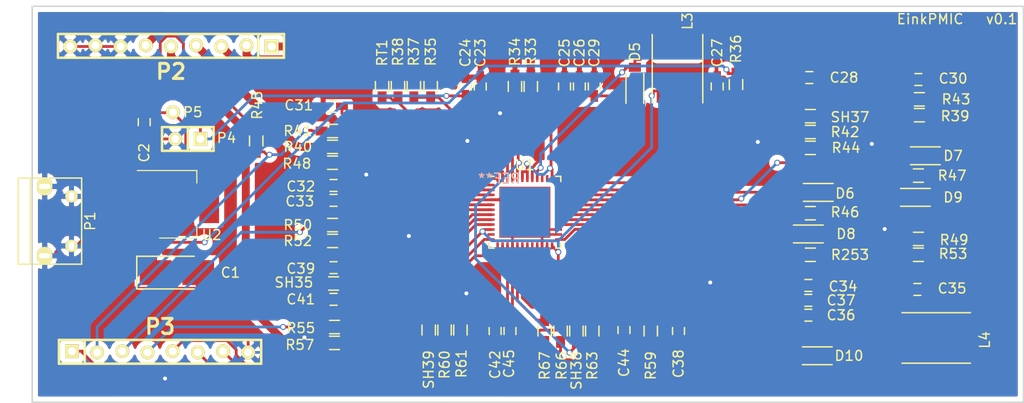
<source format=kicad_pcb>
(kicad_pcb (version 4) (host pcbnew 4.0.5+dfsg1-4)
  (layers (0 F.Cu signal) (31 B.Cu signal) (34 B.Paste user) (35 F.Paste user) (36 B.SilkS user) (37 F.SilkS user) (38 B.Mask user) (39 F.Mask user) (44 Edge.Cuts user))
  (net 0 "")
  (net 1 +VSOURCE)
  (net 2 GND)
  (net 3 "Net-(C2-Pad1)")
  (net 4 /PMICB_VPOS)
  (net 5 +3V15)
  (net 6 "Net-(C25-Pad1)")
  (net 7 /PMICB_VSOURCE)
  (net 8 "Net-(C28-Pad1)")
  (net 9 "Net-(C28-Pad2)")
  (net 10 "Net-(C30-Pad1)")
  (net 11 "Net-(C31-Pad1)")
  (net 12 "Net-(C32-Pad1)")
  (net 13 /PMICB_EPAD)
  (net 14 "Net-(C34-Pad1)")
  (net 15 "Net-(C34-Pad2)")
  (net 16 "Net-(C35-Pad1)")
  (net 17 "Net-(C39-Pad1)")
  (net 18 "Net-(C42-Pad1)")
  (net 19 "Net-(D5-Pad2)")
  (net 20 "Net-(D6-Pad2)")
  (net 21 "Net-(D8-Pad1)")
  (net 22 "Net-(D10-Pad1)")
  (net 23 "Net-(P1-Pad2)")
  (net 24 "Net-(P1-Pad3)")
  (net 25 "Net-(P1-Pad4)")
  (net 26 "+3V15(EINK)")
  (net 27 "-1V25(EINK)")
  (net 28 "-15V(EINK)")
  (net 29 "-20V(EINK)")
  (net 30 "+15V(EINK)")
  (net 31 "+22V(EINK)")
  (net 32 /E_PMIC_VCOM_CTL)
  (net 33 /PMIC_PGOOD)
  (net 34 /E_PMIC_WAKEUP)
  (net 35 /I2C1_SDA)
  (net 36 /E_PMIC_INT_B)
  (net 37 /I2C1_SCL)
  (net 38 /E_PMIC_PWR0)
  (net 39 "Net-(R35-Pad2)")
  (net 40 "Net-(R38-Pad1)")
  (net 41 "Net-(R41-Pad1)")
  (net 42 "Net-(R42-Pad2)")
  (net 43 "Net-(R46-Pad1)")
  (net 44 "Net-(R50-Pad1)")
  (net 45 "Net-(R55-Pad1)")
  (net 46 "Net-(R59-Pad2)")
  (net 47 "Net-(R63-Pad2)")
  (net 48 "Net-(R66-Pad2)")
  (net 49 "Net-(R67-Pad2)")
  (net 50 "Net-(R253-Pad2)")
  (net 51 "Net-(SH35-Pad1)")
  (net 52 "Net-(SH37-Pad2)")
  (net 53 "Net-(SH38-Pad2)")
  (net 54 "Net-(SH39-Pad1)")
  (net 55 "Net-(U1-Pad11)")
  (net 56 "Net-(U1-Pad13)")
  (net 57 "Net-(U1-Pad20)")
  (net 58 "Net-(U1-Pad38)")
  (net 59 "Net-(U1-Pad39)")
  (module Capacitors_Tantalum_SMD:Tantalum_Case-B_EIA-3528-21_Hand (layer F.Cu) (at 64.6 86.9)
    (fp_text reference C1 (at 5.4 0) (layer F.SilkS))
    (fp_text value 10uF/25V)
    (pad 1 smd rect (at -2.15 0) (size 3.2 2.5) (layers F.Cu F.Paste F.Mask) (net 1 +VSOURCE))
    (pad 2 smd rect (at 2.15 0) (size 3.2 2.5) (layers F.Cu F.Paste F.Mask) (net 2 GND))
  )
  (module Capacitors_SMD:C_0603_HandSoldering (layer F.Cu) (at 61.3 71.7 270)
    (fp_text reference C2 (at 3.1 0 270) (layer F.SilkS))
    (fp_text value 10uF)
    (pad 1 smd rect (at -0.95 0 270) (size 1.2 0.75) (layers F.Cu F.Paste F.Mask) (net 3 "Net-(C2-Pad1)"))
    (pad 2 smd rect (at 0.95 0 270) (size 1.2 0.75) (layers F.Cu F.Paste F.Mask) (net 2 GND))
  )
  (module Capacitors_SMD:C_0603_HandSoldering (layer F.Cu) (at 95.2 68.1 90)
    (fp_text reference C23 (at 3.4 0 90) (layer F.SilkS))
    (fp_text value 4.7uF/50V)
    (pad 1 smd rect (at -0.95 0 90) (size 1.2 0.75) (layers F.Cu F.Paste F.Mask) (net 4 /PMICB_VPOS))
    (pad 2 smd rect (at 0.95 0 90) (size 1.2 0.75) (layers F.Cu F.Paste F.Mask) (net 2 GND))
  )
  (module Capacitors_SMD:C_0603_HandSoldering (layer F.Cu) (at 93.7 68.1 90)
    (fp_text reference C24 (at 3.4 0 90) (layer F.SilkS))
    (fp_text value 10uF/6.3V)
    (pad 1 smd rect (at -0.95 0 90) (size 1.2 0.75) (layers F.Cu F.Paste F.Mask) (net 5 +3V15))
    (pad 2 smd rect (at 0.95 0 90) (size 1.2 0.75) (layers F.Cu F.Paste F.Mask) (net 2 GND))
  )
  (module Capacitors_SMD:C_0603_HandSoldering (layer F.Cu) (at 103.7 68.1 90)
    (fp_text reference C25 (at 3.4 0 90) (layer F.SilkS))
    (fp_text value 4.7uF/50V)
    (pad 1 smd rect (at -0.95 0 90) (size 1.2 0.75) (layers F.Cu F.Paste F.Mask) (net 6 "Net-(C25-Pad1)"))
    (pad 2 smd rect (at 0.95 0 90) (size 1.2 0.75) (layers F.Cu F.Paste F.Mask) (net 2 GND))
  )
  (module Capacitors_SMD:C_0603_HandSoldering (layer F.Cu) (at 105.2 68.1 90)
    (fp_text reference C26 (at 3.4 0 90) (layer F.SilkS))
    (fp_text value 4.7uF/50V)
    (pad 1 smd rect (at -0.95 0 90) (size 1.2 0.75) (layers F.Cu F.Paste F.Mask) (net 6 "Net-(C25-Pad1)"))
    (pad 2 smd rect (at 0.95 0 90) (size 1.2 0.75) (layers F.Cu F.Paste F.Mask) (net 2 GND))
  )
  (module Capacitors_SMD:C_0603_HandSoldering (layer F.Cu) (at 119.1 68.1 90)
    (fp_text reference C27 (at 3.4 0 90) (layer F.SilkS))
    (fp_text value 10uF/6.3V)
    (pad 1 smd rect (at -0.95 0 90) (size 1.2 0.75) (layers F.Cu F.Paste F.Mask) (net 7 /PMICB_VSOURCE))
    (pad 2 smd rect (at 0.95 0 90) (size 1.2 0.75) (layers F.Cu F.Paste F.Mask) (net 2 GND))
  )
  (module Capacitors_SMD:C_0603_HandSoldering (layer F.Cu) (at 128.4 67.2)
    (fp_text reference C28 (at 3.5 0) (layer F.SilkS))
    (fp_text value 0.01uF/50V)
    (pad 1 smd rect (at -0.95 0) (size 1.2 0.75) (layers F.Cu F.Paste F.Mask) (net 8 "Net-(C28-Pad1)"))
    (pad 2 smd rect (at 0.95 0) (size 1.2 0.75) (layers F.Cu F.Paste F.Mask) (net 9 "Net-(C28-Pad2)"))
  )
  (module Capacitors_SMD:C_0603_HandSoldering (layer F.Cu) (at 106.7 68.1 90)
    (fp_text reference C29 (at 3.4 0 90) (layer F.SilkS))
    (fp_text value 4.7uF/50V)
    (pad 1 smd rect (at -0.95 0 90) (size 1.2 0.75) (layers F.Cu F.Paste F.Mask) (net 6 "Net-(C25-Pad1)"))
    (pad 2 smd rect (at 0.95 0 90) (size 1.2 0.75) (layers F.Cu F.Paste F.Mask) (net 2 GND))
  )
  (module Capacitors_SMD:C_0603_HandSoldering (layer F.Cu) (at 139.4 67.4 180)
    (fp_text reference C30 (at -3.5 0.1 180) (layer F.SilkS))
    (fp_text value 2.2uF/50V)
    (pad 1 smd rect (at -0.95 0 180) (size 1.2 0.75) (layers F.Cu F.Paste F.Mask) (net 10 "Net-(C30-Pad1)"))
    (pad 2 smd rect (at 0.95 0 180) (size 1.2 0.75) (layers F.Cu F.Paste F.Mask) (net 2 GND))
  )
  (module Capacitors_SMD:C_0603_HandSoldering (layer F.Cu) (at 80.3 70.1 180)
    (fp_text reference C31 (at 3.4 0.1 180) (layer F.SilkS))
    (fp_text value 4.7uF/50V)
    (pad 1 smd rect (at -0.95 0 180) (size 1.2 0.75) (layers F.Cu F.Paste F.Mask) (net 11 "Net-(C31-Pad1)"))
    (pad 2 smd rect (at 0.95 0 180) (size 1.2 0.75) (layers F.Cu F.Paste F.Mask) (net 2 GND))
  )
  (module Capacitors_SMD:C_0603_HandSoldering (layer F.Cu) (at 80.4 78.1 180)
    (fp_text reference C32 (at 3.3 -0.1 180) (layer F.SilkS))
    (fp_text value 4.7uF/50V)
    (pad 1 smd rect (at -0.95 0 180) (size 1.2 0.75) (layers F.Cu F.Paste F.Mask) (net 12 "Net-(C32-Pad1)"))
    (pad 2 smd rect (at 0.95 0 180) (size 1.2 0.75) (layers F.Cu F.Paste F.Mask) (net 2 GND))
  )
  (module Capacitors_SMD:C_0603_HandSoldering (layer F.Cu) (at 80.4 79.6 180)
    (fp_text reference C33 (at 3.4 -0.1 180) (layer F.SilkS))
    (fp_text value 4.7uF/50V)
    (pad 1 smd rect (at -0.95 0 180) (size 1.2 0.75) (layers F.Cu F.Paste F.Mask) (net 13 /PMICB_EPAD))
    (pad 2 smd rect (at 0.95 0 180) (size 1.2 0.75) (layers F.Cu F.Paste F.Mask) (net 2 GND))
  )
  (module Capacitors_SMD:C_0603_HandSoldering (layer F.Cu) (at 128.3 88.2 180)
    (fp_text reference C34 (at -3.5 -0.1 180) (layer F.SilkS))
    (fp_text value 0.01uF/50V)
    (pad 1 smd rect (at -0.95 0 180) (size 1.2 0.75) (layers F.Cu F.Paste F.Mask) (net 14 "Net-(C34-Pad1)"))
    (pad 2 smd rect (at 0.95 0 180) (size 1.2 0.75) (layers F.Cu F.Paste F.Mask) (net 15 "Net-(C34-Pad2)"))
  )
  (module Capacitors_SMD:C_0603_HandSoldering (layer F.Cu) (at 139.3 88.6)
    (fp_text reference C35 (at 3.5 -0.1) (layer F.SilkS))
    (fp_text value 2.2uF/50V)
    (pad 1 smd rect (at -0.95 0) (size 1.2 0.75) (layers F.Cu F.Paste F.Mask) (net 16 "Net-(C35-Pad1)"))
    (pad 2 smd rect (at 0.95 0) (size 1.2 0.75) (layers F.Cu F.Paste F.Mask) (net 2 GND))
  )
  (module Capacitors_SMD:C_0603_HandSoldering (layer F.Cu) (at 128.3 91.2)
    (fp_text reference C36 (at 3.3 0) (layer F.SilkS))
    (fp_text value 4.7uF/50V)
    (pad 1 smd rect (at -0.95 0) (size 1.2 0.75) (layers F.Cu F.Paste F.Mask) (net 13 /PMICB_EPAD))
    (pad 2 smd rect (at 0.95 0) (size 1.2 0.75) (layers F.Cu F.Paste F.Mask) (net 2 GND))
  )
  (module Capacitors_SMD:C_0603_HandSoldering (layer F.Cu) (at 128.3 89.7)
    (fp_text reference C37 (at 3.3 0) (layer F.SilkS))
    (fp_text value 4.7uF/50V)
    (pad 1 smd rect (at -0.95 0) (size 1.2 0.75) (layers F.Cu F.Paste F.Mask) (net 13 /PMICB_EPAD))
    (pad 2 smd rect (at 0.95 0) (size 1.2 0.75) (layers F.Cu F.Paste F.Mask) (net 2 GND))
  )
  (module Capacitors_SMD:C_0603_HandSoldering (layer F.Cu) (at 115.2 92.8 270)
    (fp_text reference C38 (at 3.3 0 270) (layer F.SilkS))
    (fp_text value 10uF/6.3V)
    (pad 1 smd rect (at -0.95 0 270) (size 1.2 0.75) (layers F.Cu F.Paste F.Mask) (net 7 /PMICB_VSOURCE))
    (pad 2 smd rect (at 0.95 0 270) (size 1.2 0.75) (layers F.Cu F.Paste F.Mask) (net 2 GND))
  )
  (module Capacitors_SMD:C_0603_HandSoldering (layer F.Cu) (at 80.4 86.4 180)
    (fp_text reference C39 (at 3.3 -0.1 180) (layer F.SilkS))
    (fp_text value 4.7uF/50V)
    (pad 1 smd rect (at -0.95 0 180) (size 1.2 0.75) (layers F.Cu F.Paste F.Mask) (net 17 "Net-(C39-Pad1)"))
    (pad 2 smd rect (at 0.95 0 180) (size 1.2 0.75) (layers F.Cu F.Paste F.Mask) (net 2 GND))
  )
  (module Capacitors_SMD:C_0603_HandSoldering (layer F.Cu) (at 80.4 89.6 180)
    (fp_text reference C41 (at 3.3 0 180) (layer F.SilkS))
    (fp_text value 10uF/6.3V)
    (pad 1 smd rect (at -0.95 0 180) (size 1.2 0.75) (layers F.Cu F.Paste F.Mask) (net 7 /PMICB_VSOURCE))
    (pad 2 smd rect (at 0.95 0 180) (size 1.2 0.75) (layers F.Cu F.Paste F.Mask) (net 2 GND))
  )
  (module Capacitors_SMD:C_0603_HandSoldering (layer F.Cu) (at 96.7 92.8 270)
    (fp_text reference C42 (at 3.4 0 270) (layer F.SilkS))
    (fp_text value 4.7uF/50V)
    (pad 1 smd rect (at -0.95 0 270) (size 1.2 0.75) (layers F.Cu F.Paste F.Mask) (net 18 "Net-(C42-Pad1)"))
    (pad 2 smd rect (at 0.95 0 270) (size 1.2 0.75) (layers F.Cu F.Paste F.Mask) (net 2 GND))
  )
  (module Capacitors_SMD:C_0603_HandSoldering (layer F.Cu) (at 109.7 92.7 270)
    (fp_text reference C44 (at 3.3 0 270) (layer F.SilkS))
    (fp_text value 4.7uF/50V)
    (pad 1 smd rect (at -0.95 0 270) (size 1.2 0.75) (layers F.Cu F.Paste F.Mask) (net 13 /PMICB_EPAD))
    (pad 2 smd rect (at 0.95 0 270) (size 1.2 0.75) (layers F.Cu F.Paste F.Mask) (net 2 GND))
  )
  (module Capacitors_SMD:C_0603_HandSoldering (layer F.Cu) (at 98.2 92.8 270)
    (fp_text reference C45 (at 3.3 0.1 270) (layer F.SilkS))
    (fp_text value 4.7uF/50V)
    (pad 1 smd rect (at -0.95 0 270) (size 1.2 0.75) (layers F.Cu F.Paste F.Mask) (net 13 /PMICB_EPAD))
    (pad 2 smd rect (at 0.95 0 270) (size 1.2 0.75) (layers F.Cu F.Paste F.Mask) (net 2 GND))
  )
  (module Diodes_SMD:SOD-123 (layer F.Cu) (at 110.8 67.8 90)
    (fp_text reference D5 (at 3.2 0 90) (layer F.SilkS))
    (fp_text value MBR130LSFT1G)
    (pad 1 smd rect (at -1.635 0 90) (size 0.91 1.22) (layers F.Cu F.Paste F.Mask) (net 6 "Net-(C25-Pad1)"))
    (pad 2 smd rect (at 1.635 0 90) (size 0.91 1.22) (layers F.Cu F.Paste F.Mask) (net 19 "Net-(D5-Pad2)"))
  )
  (module Diodes_SMD:SOD-123 (layer F.Cu) (at 128.8 78.8 180)
    (fp_text reference D6 (at -3.2 -0.1 180) (layer F.SilkS))
    (fp_text value MBR130LSFT1G)
    (pad 1 smd rect (at -1.635 0 180) (size 0.91 1.22) (layers F.Cu F.Paste F.Mask) (net 9 "Net-(C28-Pad2)"))
    (pad 2 smd rect (at 1.635 0 180) (size 0.91 1.22) (layers F.Cu F.Paste F.Mask) (net 20 "Net-(D6-Pad2)"))
  )
  (module Diodes_SMD:SOD-123 (layer F.Cu) (at 139.6 75.1 180)
    (fp_text reference D7 (at -3.3 0 180) (layer F.SilkS))
    (fp_text value MBR130LSFT1G)
    (pad 1 smd rect (at -1.635 0 180) (size 0.91 1.22) (layers F.Cu F.Paste F.Mask) (net 10 "Net-(C30-Pad1)"))
    (pad 2 smd rect (at 1.635 0 180) (size 0.91 1.22) (layers F.Cu F.Paste F.Mask) (net 9 "Net-(C28-Pad2)"))
  )
  (module Diodes_SMD:SOD-123 (layer F.Cu) (at 128.8 83)
    (fp_text reference D8 (at 3.3 0) (layer F.SilkS))
    (fp_text value MBR130LSFT1G)
    (pad 1 smd rect (at -1.635 0) (size 0.91 1.22) (layers F.Cu F.Paste F.Mask) (net 21 "Net-(D8-Pad1)"))
    (pad 2 smd rect (at 1.635 0) (size 0.91 1.22) (layers F.Cu F.Paste F.Mask) (net 14 "Net-(C34-Pad1)"))
  )
  (module Diodes_SMD:SOD-123 (layer F.Cu) (at 139.6 79.3)
    (fp_text reference D9 (at 3.3 0) (layer F.SilkS))
    (fp_text value MBR130LSFT1G)
    (pad 1 smd rect (at -1.635 0) (size 0.91 1.22) (layers F.Cu F.Paste F.Mask) (net 14 "Net-(C34-Pad1)"))
    (pad 2 smd rect (at 1.635 0) (size 0.91 1.22) (layers F.Cu F.Paste F.Mask) (net 16 "Net-(C35-Pad1)"))
  )
  (module Diodes_SMD:SOD-123 (layer F.Cu) (at 128.7 95.3 180)
    (fp_text reference D10 (at -3.7 0 180) (layer F.SilkS))
    (fp_text value MBR130LSFT1G)
    (pad 1 smd rect (at -1.635 0 180) (size 0.91 1.22) (layers F.Cu F.Paste F.Mask) (net 22 "Net-(D10-Pad1)"))
    (pad 2 smd rect (at 1.635 0 180) (size 0.91 1.22) (layers F.Cu F.Paste F.Mask) (net 13 /PMICB_EPAD))
  )
  (module Inductors:Inductor_Taiyo-Yuden_NR-50xx_HandSoldering (layer F.Cu) (at 115.1 66.3 90)
    (fp_text reference L3 (at 4.8 1 90) (layer F.SilkS))
    (fp_text value LQH55DN2R2M03L)
    (pad 1 smd rect (at -2.25 0 90) (size 2.4 4.2) (layers F.Cu F.Paste F.Mask) (net 7 /PMICB_VSOURCE))
    (pad 2 smd rect (at 2.25 0 90) (size 2.4 4.2) (layers F.Cu F.Paste F.Mask) (net 19 "Net-(D5-Pad2)"))
  )
  (module Inductors:Inductor_Taiyo-Yuden_NR-50xx_HandSoldering (layer F.Cu) (at 141.2 93.5 180)
    (fp_text reference L4 (at -4.9 -0.2 270) (layer F.SilkS))
    (fp_text value 4.7uH)
    (pad 1 smd rect (at -2.25 0 180) (size 2.4 4.2) (layers F.Cu F.Paste F.Mask) (net 2 GND))
    (pad 2 smd rect (at 2.25 0 180) (size 2.4 4.2) (layers F.Cu F.Paste F.Mask) (net 22 "Net-(D10-Pad1)"))
  )
  (module SmartEye:USB_Micro-B (layer F.Cu) (at 52.4 81.7 270)
    (fp_text reference P1 (at 0 -3.45 270) (layer F.SilkS))
    (fp_text value USB_OTG)
    (pad 1 smd rect (at -1.3009 -1.56254) (size 1.35 0.4) (layers F.Cu F.Paste F.Mask) (net 1 +VSOURCE))
    (pad 2 smd rect (at -0.6509 -1.56254) (size 1.35 0.4) (layers F.Cu F.Paste F.Mask) (net 23 "Net-(P1-Pad2)"))
    (pad 3 smd rect (at -0.0009 -1.56254) (size 1.35 0.4) (layers F.Cu F.Paste F.Mask) (net 24 "Net-(P1-Pad3)"))
    (pad 4 smd rect (at 0.6491 -1.56254) (size 1.35 0.4) (layers F.Cu F.Paste F.Mask) (net 25 "Net-(P1-Pad4)"))
    (pad 5 smd rect (at 1.2991 -1.56254) (size 1.35 0.4) (layers F.Cu F.Paste F.Mask) (net 2 GND))
    (pad 6 thru_hole oval (at -2.5009 -1.56254) (size 1.25 1.25) (drill oval 0.55 0.85) (layers *.Cu *.Mask F.SilkS) (net 2 GND))
    (pad 6 thru_hole oval (at 2.4991 -1.56254) (size 1.25 1.25) (drill oval 0.55 0.85) (layers *.Cu *.Mask F.SilkS) (net 2 GND))
    (pad 6 thru_hole oval (at -3.5009 1.13746) (size 1.55 1.8) (drill oval 1.15 0.5) (layers *.Cu *.Mask F.SilkS) (net 2 GND))
    (pad 6 thru_hole oval (at 3.4991 1.13746) (size 1.55 1.8) (drill oval 1.15 0.5) (layers *.Cu *.Mask F.SilkS) (net 2 GND))
  )
  (module Connectors:CONN_2.54mm_1x9 (layer F.Cu) (at 64 64)
    (fp_text reference P2 (at 0 2.6) (layer F.SilkS) (effects (font (thickness 0.3048))))
    (fp_text value CONN_01X09 hide)
    (pad 3 thru_hole circle (at 5.08 0.06096) (size 1.397 1.397) (drill 0.8128) (layers *.Cu *.Mask F.SilkS) (net 26 "+3V15(EINK)"))
    (pad 4 thru_hole circle (at 2.54 -0.06096) (size 1.397 1.397) (drill 0.8128) (layers *.Cu *.Mask F.SilkS) (net 28 "-15V(EINK)"))
    (pad 5 thru_hole circle (at 0 0.06096) (size 1.397 1.397) (drill 0.8128) (layers *.Cu *.Mask F.SilkS) (net 27 "-1V25(EINK)"))
    (pad 6 thru_hole circle (at -2.54 -0.06096) (size 1.397 1.397) (drill 0.8128) (layers *.Cu *.Mask F.SilkS) (net 29 "-20V(EINK)"))
    (pad 7 thru_hole circle (at -5.08 0.06096) (size 1.397 1.397) (drill 0.8128) (layers *.Cu *.Mask F.SilkS) (net 2 GND))
    (pad 2 thru_hole circle (at 7.62 -0.06096) (size 1.397 1.397) (drill 0.8128) (layers *.Cu *.Mask F.SilkS) (net 30 "+15V(EINK)"))
    (pad 8 thru_hole circle (at -7.62 -0.06096) (size 1.397 1.397) (drill 0.8128) (layers *.Cu *.Mask F.SilkS) (net 2 GND))
    (pad 1 thru_hole rect (at 10.16 0.06096) (size 1.397 1.397) (drill 0.8128) (layers *.Cu *.Mask F.SilkS) (net 31 "+22V(EINK)"))
    (pad 9 thru_hole circle (at -10.16 0.06096) (size 1.397 1.397) (drill 0.8128) (layers *.Cu *.Mask F.SilkS) (net 2 GND))
  )
  (module Connectors:CONN_2.54mm_1x8 (layer F.Cu) (at 62.9 94.9 180)
    (fp_text reference P3 (at 0 2.54 180) (layer F.SilkS) (effects (font (thickness 0.3048))))
    (fp_text value CONN_01X08 hide)
    (pad 4 thru_hole circle (at 1.27 -0.06096 180) (size 1.397 1.397) (drill 0.8128) (layers *.Cu *.Mask F.SilkS) (net 32 /E_PMIC_VCOM_CTL))
    (pad 5 thru_hole circle (at -1.27 0.06096 180) (size 1.397 1.397) (drill 0.8128) (layers *.Cu *.Mask F.SilkS) (net 33 /PMIC_PGOOD))
    (pad 3 thru_hole circle (at 3.81 0.06096 180) (size 1.397 1.397) (drill 0.8128) (layers *.Cu *.Mask F.SilkS) (net 34 /E_PMIC_WAKEUP))
    (pad 6 thru_hole circle (at -3.81 -0.06096 180) (size 1.397 1.397) (drill 0.8128) (layers *.Cu *.Mask F.SilkS) (net 35 /I2C1_SDA))
    (pad 2 thru_hole circle (at 6.35 -0.06096 180) (size 1.397 1.397) (drill 0.8128) (layers *.Cu *.Mask F.SilkS) (net 36 /E_PMIC_INT_B))
    (pad 7 thru_hole circle (at -6.35 0.06096 180) (size 1.397 1.397) (drill 0.8128) (layers *.Cu *.Mask F.SilkS) (net 37 /I2C1_SCL))
    (pad 1 thru_hole rect (at 8.89 0.06096 180) (size 1.397 1.397) (drill 0.8128) (layers *.Cu *.Mask F.SilkS) (net 38 /E_PMIC_PWR0))
    (pad 8 thru_hole circle (at -8.89 -0.06096 180) (size 1.397 1.397) (drill 0.8128) (layers *.Cu *.Mask F.SilkS) (net 2 GND))
  )
  (module Connectors:CONN_2.54mm_1x2 (layer F.Cu) (at 65.7 73.4)
    (fp_text reference P4 (at 3.9 -0.1) (layer F.SilkS))
    (fp_text value CONN_01X02 hide)
    (pad 1 thru_hole rect (at 1.27 0) (size 1.397 1.397) (drill 0.8128) (layers *.Cu *.Mask F.SilkS) (net 5 +3V15))
    (pad 2 thru_hole circle (at -1.27 0) (size 1.397 1.397) (drill 0.8128) (layers *.Cu *.Mask F.SilkS) (net 2 GND))
  )
  (module Connectors:CONN_2.54mm_1x1 (layer F.Cu) (at 64.2 70.7)
    (fp_text reference P5 (at 2 0) (layer F.SilkS))
    (fp_text value 3V3 hide)
    (pad 1 thru_hole circle (at 0 0) (size 1.397 1.397) (drill 0.8128) (layers *.Cu *.Mask F.SilkS) (net 3 "Net-(C2-Pad1)"))
  )
  (module Resistors_SMD:R_0603_HandSoldering (layer F.Cu) (at 100.3 68.1 90)
    (fp_text reference R33 (at 3.5 0 90) (layer F.SilkS))
    (fp_text value 0/DNP)
    (pad 1 smd rect (at -1.1 0 90) (size 1.2 0.9) (layers F.Cu F.Paste F.Mask) (net 4 /PMICB_VPOS))
    (pad 2 smd rect (at 1.1 0 90) (size 1.2 0.9) (layers F.Cu F.Paste F.Mask) (net 30 "+15V(EINK)"))
  )
  (module Resistors_SMD:R_0603_HandSoldering (layer F.Cu) (at 98.7 68.1 90)
    (fp_text reference R34 (at 3.5 0 90) (layer F.SilkS))
    (fp_text value 45.3K/DNP)
    (pad 1 smd rect (at -1.1 0 90) (size 1.2 0.9) (layers F.Cu F.Paste F.Mask) (net 4 /PMICB_VPOS))
    (pad 2 smd rect (at 1.1 0 90) (size 1.2 0.9) (layers F.Cu F.Paste F.Mask) (net 2 GND))
  )
  (module Resistors_SMD:R_0603_HandSoldering (layer F.Cu) (at 90.2 68.1 270)
    (fp_text reference R35 (at -3.5 0 270) (layer F.SilkS))
    (fp_text value 0/DNP)
    (pad 1 smd rect (at -1.1 0 270) (size 1.2 0.9) (layers F.Cu F.Paste F.Mask) (net 26 "+3V15(EINK)"))
    (pad 2 smd rect (at 1.1 0 270) (size 1.2 0.9) (layers F.Cu F.Paste F.Mask) (net 39 "Net-(R35-Pad2)"))
  )
  (module Resistors_SMD:R_0603_HandSoldering (layer F.Cu) (at 121 67.9 270)
    (fp_text reference R36 (at -3.6 0 270) (layer F.SilkS))
    (fp_text value 0/DNP)
    (pad 1 smd rect (at -1.1 0 270) (size 1.2 0.9) (layers F.Cu F.Paste F.Mask) (net 1 +VSOURCE))
    (pad 2 smd rect (at 1.1 0 270) (size 1.2 0.9) (layers F.Cu F.Paste F.Mask) (net 7 /PMICB_VSOURCE))
  )
  (module Resistors_SMD:R_0603_HandSoldering (layer F.Cu) (at 88.5 68.1 90)
    (fp_text reference R37 (at 3.5 0 90) (layer F.SilkS))
    (fp_text value 45.3K)
    (pad 1 smd rect (at -1.1 0 90) (size 1.2 0.9) (layers F.Cu F.Paste F.Mask) (net 39 "Net-(R35-Pad2)"))
    (pad 2 smd rect (at 1.1 0 90) (size 1.2 0.9) (layers F.Cu F.Paste F.Mask) (net 2 GND))
  )
  (module Resistors_SMD:R_0603_HandSoldering (layer F.Cu) (at 86.9 68.1 90)
    (fp_text reference R38 (at 3.5 0 90) (layer F.SilkS))
    (fp_text value 43K)
    (pad 1 smd rect (at -1.1 0 90) (size 1.2 0.9) (layers F.Cu F.Paste F.Mask) (net 40 "Net-(R38-Pad1)"))
    (pad 2 smd rect (at 1.1 0 90) (size 1.2 0.9) (layers F.Cu F.Paste F.Mask) (net 2 GND))
  )
  (module Resistors_SMD:R_0603_HandSoldering (layer F.Cu) (at 139.5 71)
    (fp_text reference R39 (at 3.6 0.1) (layer F.SilkS))
    (fp_text value 0/DNP)
    (pad 1 smd rect (at -1.1 0) (size 1.2 0.9) (layers F.Cu F.Paste F.Mask) (net 31 "+22V(EINK)"))
    (pad 2 smd rect (at 1.1 0) (size 1.2 0.9) (layers F.Cu F.Paste F.Mask) (net 10 "Net-(C30-Pad1)"))
  )
  (module Resistors_SMD:R_0603_HandSoldering (layer F.Cu) (at 80.3 74.2)
    (fp_text reference R40 (at -3.5 0) (layer F.SilkS))
    (fp_text value 0/DNP)
    (pad 1 smd rect (at -1.1 0) (size 1.2 0.9) (layers F.Cu F.Paste F.Mask) (net 28 "-15V(EINK)"))
    (pad 2 smd rect (at 1.1 0) (size 1.2 0.9) (layers F.Cu F.Paste F.Mask) (net 12 "Net-(C32-Pad1)"))
  )
  (module Resistors_SMD:R_0603_HandSoldering (layer F.Cu) (at 80.3 72.6 180)
    (fp_text reference R41 (at 3.5 0 180) (layer F.SilkS))
    (fp_text value 0/DNP)
    (pad 1 smd rect (at -1.1 0 180) (size 1.2 0.9) (layers F.Cu F.Paste F.Mask) (net 41 "Net-(R41-Pad1)"))
    (pad 2 smd rect (at 1.1 0 180) (size 1.2 0.9) (layers F.Cu F.Paste F.Mask) (net 36 /E_PMIC_INT_B))
  )
  (module Resistors_SMD:R_0603_HandSoldering (layer F.Cu) (at 128.5 72.7 180)
    (fp_text reference R42 (at -3.5 0 180) (layer F.SilkS))
    (fp_text value 1M)
    (pad 1 smd rect (at -1.1 0 180) (size 1.2 0.9) (layers F.Cu F.Paste F.Mask) (net 10 "Net-(C30-Pad1)"))
    (pad 2 smd rect (at 1.1 0 180) (size 1.2 0.9) (layers F.Cu F.Paste F.Mask) (net 42 "Net-(R42-Pad2)"))
  )
  (module Resistors_SMD:R_0603_HandSoldering (layer F.Cu) (at 139.5 69.4 180)
    (fp_text reference R43 (at -3.7 0 180) (layer F.SilkS))
    (fp_text value 45.3K/DNP)
    (pad 1 smd rect (at -1.1 0 180) (size 1.2 0.9) (layers F.Cu F.Paste F.Mask) (net 10 "Net-(C30-Pad1)"))
    (pad 2 smd rect (at 1.1 0 180) (size 1.2 0.9) (layers F.Cu F.Paste F.Mask) (net 2 GND))
  )
  (module Resistors_SMD:R_0603_HandSoldering (layer F.Cu) (at 128.5 74.3 180)
    (fp_text reference R44 (at -3.6 0 180) (layer F.SilkS))
    (fp_text value 47.5K)
    (pad 1 smd rect (at -1.1 0 180) (size 1.2 0.9) (layers F.Cu F.Paste F.Mask) (net 2 GND))
    (pad 2 smd rect (at 1.1 0 180) (size 1.2 0.9) (layers F.Cu F.Paste F.Mask) (net 42 "Net-(R42-Pad2)"))
  )
  (module Resistors_SMD:R_0603_HandSoldering (layer F.Cu) (at 72.6 73.6 270)
    (fp_text reference R45 (at -3.6 -0.1 270) (layer F.SilkS))
    (fp_text value 100K)
    (pad 1 smd rect (at -1.1 0 270) (size 1.2 0.9) (layers F.Cu F.Paste F.Mask) (net 5 +3V15))
    (pad 2 smd rect (at 1.1 0 270) (size 1.2 0.9) (layers F.Cu F.Paste F.Mask) (net 36 /E_PMIC_INT_B))
  )
  (module Resistors_SMD:R_0603_HandSoldering (layer F.Cu) (at 128.5 80.9)
    (fp_text reference R46 (at 3.5 -0.1) (layer F.SilkS))
    (fp_text value 53.6K)
    (pad 1 smd rect (at -1.1 0) (size 1.2 0.9) (layers F.Cu F.Paste F.Mask) (net 43 "Net-(R46-Pad1)"))
    (pad 2 smd rect (at 1.1 0) (size 1.2 0.9) (layers F.Cu F.Paste F.Mask) (net 2 GND))
  )
  (module Resistors_SMD:R_0603_HandSoldering (layer F.Cu) (at 139.4 77.1 180)
    (fp_text reference R47 (at -3.4 0 180) (layer F.SilkS))
    (fp_text value 1M)
    (pad 1 smd rect (at -1.1 0 180) (size 1.2 0.9) (layers F.Cu F.Paste F.Mask) (net 16 "Net-(C35-Pad1)"))
    (pad 2 smd rect (at 1.1 0 180) (size 1.2 0.9) (layers F.Cu F.Paste F.Mask) (net 43 "Net-(R46-Pad1)"))
  )
  (module Resistors_SMD:R_0603_HandSoldering (layer F.Cu) (at 80.3 75.8 180)
    (fp_text reference R48 (at 3.6 -0.1 180) (layer F.SilkS))
    (fp_text value 45.3K/DNP)
    (pad 1 smd rect (at -1.1 0 180) (size 1.2 0.9) (layers F.Cu F.Paste F.Mask) (net 12 "Net-(C32-Pad1)"))
    (pad 2 smd rect (at 1.1 0 180) (size 1.2 0.9) (layers F.Cu F.Paste F.Mask) (net 2 GND))
  )
  (module Resistors_SMD:R_0603_HandSoldering (layer F.Cu) (at 139.4 83.5 180)
    (fp_text reference R49 (at -3.6 -0.1 180) (layer F.SilkS))
    (fp_text value 0/DNP)
    (pad 1 smd rect (at -1.1 0 180) (size 1.2 0.9) (layers F.Cu F.Paste F.Mask) (net 29 "-20V(EINK)"))
    (pad 2 smd rect (at 1.1 0 180) (size 1.2 0.9) (layers F.Cu F.Paste F.Mask) (net 16 "Net-(C35-Pad1)"))
  )
  (module Resistors_SMD:R_0603_HandSoldering (layer F.Cu) (at 80.3 82.1 180)
    (fp_text reference R50 (at 3.5 0 180) (layer F.SilkS))
    (fp_text value 0/DNP)
    (pad 1 smd rect (at -1.1 0 180) (size 1.2 0.9) (layers F.Cu F.Paste F.Mask) (net 44 "Net-(R50-Pad1)"))
    (pad 2 smd rect (at 1.1 0 180) (size 1.2 0.9) (layers F.Cu F.Paste F.Mask) (net 34 /E_PMIC_WAKEUP))
  )
  (module Resistors_SMD:R_0603_HandSoldering (layer F.Cu) (at 80.3 83.7 180)
    (fp_text reference R52 (at 3.5 0 180) (layer F.SilkS))
    (fp_text value 10K)
    (pad 1 smd rect (at -1.1 0 180) (size 1.2 0.9) (layers F.Cu F.Paste F.Mask) (net 44 "Net-(R50-Pad1)"))
    (pad 2 smd rect (at 1.1 0 180) (size 1.2 0.9) (layers F.Cu F.Paste F.Mask) (net 2 GND))
  )
  (module Resistors_SMD:R_0603_HandSoldering (layer F.Cu) (at 139.4 85.1)
    (fp_text reference R53 (at 3.5 -0.1) (layer F.SilkS))
    (fp_text value 330K)
    (pad 1 smd rect (at -1.1 0) (size 1.2 0.9) (layers F.Cu F.Paste F.Mask) (net 16 "Net-(C35-Pad1)"))
    (pad 2 smd rect (at 1.1 0) (size 1.2 0.9) (layers F.Cu F.Paste F.Mask) (net 2 GND))
  )
  (module Resistors_SMD:R_0603_HandSoldering (layer F.Cu) (at 80.5 92.4 180)
    (fp_text reference R55 (at 3.4 -0.1 180) (layer F.SilkS))
    (fp_text value 0/DNP)
    (pad 1 smd rect (at -1.1 0 180) (size 1.2 0.9) (layers F.Cu F.Paste F.Mask) (net 45 "Net-(R55-Pad1)"))
    (pad 2 smd rect (at 1.1 0 180) (size 1.2 0.9) (layers F.Cu F.Paste F.Mask) (net 32 /E_PMIC_VCOM_CTL))
  )
  (module Resistors_SMD:R_0603_HandSoldering (layer F.Cu) (at 80.5 94 180)
    (fp_text reference R57 (at 3.5 -0.2 180) (layer F.SilkS))
    (fp_text value 10K)
    (pad 1 smd rect (at -1.1 0 180) (size 1.2 0.9) (layers F.Cu F.Paste F.Mask) (net 45 "Net-(R55-Pad1)"))
    (pad 2 smd rect (at 1.1 0 180) (size 1.2 0.9) (layers F.Cu F.Paste F.Mask) (net 2 GND))
  )
  (module Resistors_SMD:R_0603_HandSoldering (layer F.Cu) (at 112.4 92.8 90)
    (fp_text reference R59 (at -3.5 0 90) (layer F.SilkS))
    (fp_text value 0/DNP)
    (pad 1 smd rect (at -1.1 0 90) (size 1.2 0.9) (layers F.Cu F.Paste F.Mask) (net 33 /PMIC_PGOOD))
    (pad 2 smd rect (at 1.1 0 90) (size 1.2 0.9) (layers F.Cu F.Paste F.Mask) (net 46 "Net-(R59-Pad2)"))
  )
  (module Resistors_SMD:R_0603_HandSoldering (layer F.Cu) (at 91.6 92.7 90)
    (fp_text reference R60 (at -3.5 0 90) (layer F.SilkS))
    (fp_text value 0/DNP)
    (pad 1 smd rect (at -1.1 0 90) (size 1.2 0.9) (layers F.Cu F.Paste F.Mask) (net 27 "-1V25(EINK)"))
    (pad 2 smd rect (at 1.1 0 90) (size 1.2 0.9) (layers F.Cu F.Paste F.Mask) (net 18 "Net-(C42-Pad1)"))
  )
  (module Resistors_SMD:R_0603_HandSoldering (layer F.Cu) (at 93.2 92.7 270)
    (fp_text reference R61 (at 3.4 -0.1 270) (layer F.SilkS))
    (fp_text value 45.3K)
    (pad 1 smd rect (at -1.1 0 270) (size 1.2 0.9) (layers F.Cu F.Paste F.Mask) (net 18 "Net-(C42-Pad1)"))
    (pad 2 smd rect (at 1.1 0 270) (size 1.2 0.9) (layers F.Cu F.Paste F.Mask) (net 2 GND))
  )
  (module Resistors_SMD:R_0603_HandSoldering (layer F.Cu) (at 106.5 92.8 90)
    (fp_text reference R63 (at -3.5 0 90) (layer F.SilkS))
    (fp_text value 0/DNP)
    (pad 1 smd rect (at -1.1 0 90) (size 1.2 0.9) (layers F.Cu F.Paste F.Mask) (net 38 /E_PMIC_PWR0))
    (pad 2 smd rect (at 1.1 0 90) (size 1.2 0.9) (layers F.Cu F.Paste F.Mask) (net 47 "Net-(R63-Pad2)"))
  )
  (module Resistors_SMD:R_0603_HandSoldering (layer F.Cu) (at 103.3 92.8 90)
    (fp_text reference R66 (at -3.5 0.1 90) (layer F.SilkS))
    (fp_text value 0/DNP)
    (pad 1 smd rect (at -1.1 0 90) (size 1.2 0.9) (layers F.Cu F.Paste F.Mask) (net 35 /I2C1_SDA))
    (pad 2 smd rect (at 1.1 0 90) (size 1.2 0.9) (layers F.Cu F.Paste F.Mask) (net 48 "Net-(R66-Pad2)"))
  )
  (module Resistors_SMD:R_0603_HandSoldering (layer F.Cu) (at 101.7 92.8 90)
    (fp_text reference R67 (at -3.5 0 90) (layer F.SilkS))
    (fp_text value 0/DNP)
    (pad 1 smd rect (at -1.1 0 90) (size 1.2 0.9) (layers F.Cu F.Paste F.Mask) (net 37 /I2C1_SCL))
    (pad 2 smd rect (at 1.1 0 90) (size 1.2 0.9) (layers F.Cu F.Paste F.Mask) (net 49 "Net-(R67-Pad2)"))
  )
  (module Resistors_SMD:R_0603_HandSoldering (layer F.Cu) (at 128.5 85.1 180)
    (fp_text reference R253 (at -4 0 180) (layer F.SilkS))
    (fp_text value 0/DNP)
    (pad 1 smd rect (at -1.1 0 180) (size 1.2 0.9) (layers F.Cu F.Paste F.Mask) (net 16 "Net-(C35-Pad1)"))
    (pad 2 smd rect (at 1.1 0 180) (size 1.2 0.9) (layers F.Cu F.Paste F.Mask) (net 50 "Net-(R253-Pad2)"))
  )
  (module Resistors_SMD:R_0603_HandSoldering (layer F.Cu) (at 85.3 68.1 90)
    (fp_text reference RT1 (at 3.4 0 90) (layer F.SilkS))
    (fp_text value 10K/DNP)
    (pad 1 smd rect (at -1.1 0 90) (size 1.2 0.9) (layers F.Cu F.Paste F.Mask) (net 40 "Net-(R38-Pad1)"))
    (pad 2 smd rect (at 1.1 0 90) (size 1.2 0.9) (layers F.Cu F.Paste F.Mask) (net 2 GND))
  )
  (module Resistors_SMD:R_0603_HandSoldering (layer F.Cu) (at 80.4 88 180)
    (fp_text reference SH35 (at 4 0.1 180) (layer F.SilkS))
    (fp_text value 0/DNP)
    (pad 1 smd rect (at -1.1 0 180) (size 1.2 0.9) (layers F.Cu F.Paste F.Mask) (net 51 "Net-(SH35-Pad1)"))
    (pad 2 smd rect (at 1.1 0 180) (size 1.2 0.9) (layers F.Cu F.Paste F.Mask) (net 12 "Net-(C32-Pad1)"))
  )
  (module Resistors_SMD:R_0603_HandSoldering (layer F.Cu) (at 128.5 71.1 180)
    (fp_text reference SH37 (at -4 -0.1 180) (layer F.SilkS))
    (fp_text value 0/DNP)
    (pad 1 smd rect (at -1.1 0 180) (size 1.2 0.9) (layers F.Cu F.Paste F.Mask) (net 10 "Net-(C30-Pad1)"))
    (pad 2 smd rect (at 1.1 0 180) (size 1.2 0.9) (layers F.Cu F.Paste F.Mask) (net 52 "Net-(SH37-Pad2)"))
  )
  (module Resistors_SMD:R_0603_HandSoldering (layer F.Cu) (at 104.9 92.8 90)
    (fp_text reference SH38 (at -4 0 90) (layer F.SilkS))
    (fp_text value 0/DNP)
    (pad 1 smd rect (at -1.1 0 90) (size 1.2 0.9) (layers F.Cu F.Paste F.Mask) (net 4 /PMICB_VPOS))
    (pad 2 smd rect (at 1.1 0 90) (size 1.2 0.9) (layers F.Cu F.Paste F.Mask) (net 53 "Net-(SH38-Pad2)"))
  )
  (module Resistors_SMD:R_0603_HandSoldering (layer F.Cu) (at 90 92.7 270)
    (fp_text reference SH39 (at 4 0 270) (layer F.SilkS))
    (fp_text value 0/DNP)
    (pad 1 smd rect (at -1.1 0 270) (size 1.2 0.9) (layers F.Cu F.Paste F.Mask) (net 54 "Net-(SH39-Pad1)"))
    (pad 2 smd rect (at 1.1 0 270) (size 1.2 0.9) (layers F.Cu F.Paste F.Mask) (net 2 GND))
  )
  (module Housings_DFN_QFN:QFN-48-1EP_7x7mm_Pitch0.5mm (layer F.Cu) (at 99.7 80.8)
    (fp_text reference U1 (at 0 -4.75) (layer F.SilkS))
    (fp_text value TPS65185)
    (pad 1 smd rect (at -3.4 -2.75) (size 0.7 0.25) (layers F.Cu F.Paste F.Mask) (net 11 "Net-(C31-Pad1)"))
    (pad 2 smd rect (at -3.4 -2.25) (size 0.7 0.25) (layers F.Cu F.Paste F.Mask) (net 41 "Net-(R41-Pad1)"))
    (pad 3 smd rect (at -3.4 -1.75) (size 0.7 0.25) (layers F.Cu F.Paste F.Mask) (net 12 "Net-(C32-Pad1)"))
    (pad 4 smd rect (at -3.4 -1.25) (size 0.7 0.25) (layers F.Cu F.Paste F.Mask) (net 13 /PMICB_EPAD))
    (pad 5 smd rect (at -3.4 -0.75) (size 0.7 0.25) (layers F.Cu F.Paste F.Mask) (net 44 "Net-(R50-Pad1)"))
    (pad 6 smd rect (at -3.4 -0.25) (size 0.7 0.25) (layers F.Cu F.Paste F.Mask) (net 2 GND))
    (pad 7 smd rect (at -3.4 0.25) (size 0.7 0.25) (layers F.Cu F.Paste F.Mask) (net 17 "Net-(C39-Pad1)"))
    (pad 8 smd rect (at -3.4 0.75) (size 0.7 0.25) (layers F.Cu F.Paste F.Mask) (net 2 GND))
    (pad 9 smd rect (at -3.4 1.25) (size 0.7 0.25) (layers F.Cu F.Paste F.Mask) (net 51 "Net-(SH35-Pad1)"))
    (pad 10 smd rect (at -3.4 1.75) (size 0.7 0.25) (layers F.Cu F.Paste F.Mask) (net 7 /PMICB_VSOURCE))
    (pad 11 smd rect (at -3.4 2.25) (size 0.7 0.25) (layers F.Cu F.Paste F.Mask) (net 55 "Net-(U1-Pad11)"))
    (pad 12 smd rect (at -3.4 2.75) (size 0.7 0.25) (layers F.Cu F.Paste F.Mask) (net 45 "Net-(R55-Pad1)"))
    (pad 13 smd rect (at -2.75 3.4 90) (size 0.7 0.25) (layers F.Cu F.Paste F.Mask) (net 56 "Net-(U1-Pad13)"))
    (pad 14 smd rect (at -2.25 3.4 90) (size 0.7 0.25) (layers F.Cu F.Paste F.Mask) (net 54 "Net-(SH39-Pad1)"))
    (pad 15 smd rect (at -1.75 3.4 90) (size 0.7 0.25) (layers F.Cu F.Paste F.Mask) (net 18 "Net-(C42-Pad1)"))
    (pad 16 smd rect (at -1.25 3.4 90) (size 0.7 0.25) (layers F.Cu F.Paste F.Mask) (net 13 /PMICB_EPAD))
    (pad 17 smd rect (at -0.75 3.4 90) (size 0.7 0.25) (layers F.Cu F.Paste F.Mask) (net 49 "Net-(R67-Pad2)"))
    (pad 18 smd rect (at -0.25 3.4 90) (size 0.7 0.25) (layers F.Cu F.Paste F.Mask) (net 48 "Net-(R66-Pad2)"))
    (pad 19 smd rect (at 0.25 3.4 90) (size 0.7 0.25) (layers F.Cu F.Paste F.Mask) (net 53 "Net-(SH38-Pad2)"))
    (pad 20 smd rect (at 0.75 3.4 90) (size 0.7 0.25) (layers F.Cu F.Paste F.Mask) (net 57 "Net-(U1-Pad20)"))
    (pad 21 smd rect (at 1.25 3.4 90) (size 0.7 0.25) (layers F.Cu F.Paste F.Mask) (net 47 "Net-(R63-Pad2)"))
    (pad 22 smd rect (at 1.75 3.4 90) (size 0.7 0.25) (layers F.Cu F.Paste F.Mask) (net 13 /PMICB_EPAD))
    (pad 23 smd rect (at 2.25 3.4 90) (size 0.7 0.25) (layers F.Cu F.Paste F.Mask) (net 46 "Net-(R59-Pad2)"))
    (pad 24 smd rect (at 2.75 3.4 90) (size 0.7 0.25) (layers F.Cu F.Paste F.Mask) (net 7 /PMICB_VSOURCE))
    (pad 25 smd rect (at 3.4 2.75) (size 0.7 0.25) (layers F.Cu F.Paste F.Mask) (net 22 "Net-(D10-Pad1)"))
    (pad 26 smd rect (at 3.4 2.25) (size 0.7 0.25) (layers F.Cu F.Paste F.Mask) (net 13 /PMICB_EPAD))
    (pad 27 smd rect (at 3.4 1.75) (size 0.7 0.25) (layers F.Cu F.Paste F.Mask) (net 13 /PMICB_EPAD))
    (pad 28 smd rect (at 3.4 1.25) (size 0.7 0.25) (layers F.Cu F.Paste F.Mask) (net 15 "Net-(C34-Pad2)"))
    (pad 29 smd rect (at 3.4 0.75) (size 0.7 0.25) (layers F.Cu F.Paste F.Mask) (net 50 "Net-(R253-Pad2)"))
    (pad 30 smd rect (at 3.4 0.25) (size 0.7 0.25) (layers F.Cu F.Paste F.Mask) (net 21 "Net-(D8-Pad1)"))
    (pad 31 smd rect (at 3.4 -0.25) (size 0.7 0.25) (layers F.Cu F.Paste F.Mask) (net 43 "Net-(R46-Pad1)"))
    (pad 32 smd rect (at 3.4 -0.75) (size 0.7 0.25) (layers F.Cu F.Paste F.Mask) (net 2 GND))
    (pad 33 smd rect (at 3.4 -1.25) (size 0.7 0.25) (layers F.Cu F.Paste F.Mask) (net 42 "Net-(R42-Pad2)"))
    (pad 34 smd rect (at 3.4 -1.75) (size 0.7 0.25) (layers F.Cu F.Paste F.Mask) (net 20 "Net-(D6-Pad2)"))
    (pad 35 smd rect (at 3.4 -2.25) (size 0.7 0.25) (layers F.Cu F.Paste F.Mask) (net 52 "Net-(SH37-Pad2)"))
    (pad 36 smd rect (at 3.4 -2.75) (size 0.7 0.25) (layers F.Cu F.Paste F.Mask) (net 8 "Net-(C28-Pad1)"))
    (pad 37 smd rect (at 2.75 -3.4 90) (size 0.7 0.25) (layers F.Cu F.Paste F.Mask) (net 6 "Net-(C25-Pad1)"))
    (pad 38 smd rect (at 2.25 -3.4 90) (size 0.7 0.25) (layers F.Cu F.Paste F.Mask) (net 58 "Net-(U1-Pad38)"))
    (pad 39 smd rect (at 1.75 -3.4 90) (size 0.7 0.25) (layers F.Cu F.Paste F.Mask) (net 59 "Net-(U1-Pad39)"))
    (pad 40 smd rect (at 1.25 -3.4 90) (size 0.7 0.25) (layers F.Cu F.Paste F.Mask) (net 19 "Net-(D5-Pad2)"))
    (pad 41 smd rect (at 0.75 -3.4 90) (size 0.7 0.25) (layers F.Cu F.Paste F.Mask) (net 2 GND))
    (pad 42 smd rect (at 0.25 -3.4 90) (size 0.7 0.25) (layers F.Cu F.Paste F.Mask) (net 6 "Net-(C25-Pad1)"))
    (pad 43 smd rect (at -0.25 -3.4 90) (size 0.7 0.25) (layers F.Cu F.Paste F.Mask) (net 6 "Net-(C25-Pad1)"))
    (pad 44 smd rect (at -0.75 -3.4 90) (size 0.7 0.25) (layers F.Cu F.Paste F.Mask) (net 4 /PMICB_VPOS))
    (pad 45 smd rect (at -1.25 -3.4 90) (size 0.7 0.25) (layers F.Cu F.Paste F.Mask) (net 5 +3V15))
    (pad 46 smd rect (at -1.75 -3.4 90) (size 0.7 0.25) (layers F.Cu F.Paste F.Mask) (net 39 "Net-(R35-Pad2)"))
    (pad 47 smd rect (at -2.25 -3.4 90) (size 0.7 0.25) (layers F.Cu F.Paste F.Mask) (net 40 "Net-(R38-Pad1)"))
    (pad 48 smd rect (at -2.75 -3.4 90) (size 0.7 0.25) (layers F.Cu F.Paste F.Mask) (net 2 GND))
    (pad 49 smd rect (at 1.93125 1.93125) (size 1.2875 1.2875) (layers F.Cu F.Paste F.Mask) (net 13 /PMICB_EPAD))
    (pad 49 smd rect (at 1.93125 0.64375) (size 1.2875 1.2875) (layers F.Cu F.Paste F.Mask) (net 13 /PMICB_EPAD))
    (pad 49 smd rect (at 1.93125 -0.64375) (size 1.2875 1.2875) (layers F.Cu F.Paste F.Mask) (net 13 /PMICB_EPAD))
    (pad 49 smd rect (at 1.93125 -1.93125) (size 1.2875 1.2875) (layers F.Cu F.Paste F.Mask) (net 13 /PMICB_EPAD))
    (pad 49 smd rect (at 0.64375 1.93125) (size 1.2875 1.2875) (layers F.Cu F.Paste F.Mask) (net 13 /PMICB_EPAD))
    (pad 49 smd rect (at 0.64375 0.64375) (size 1.2875 1.2875) (layers F.Cu F.Paste F.Mask) (net 13 /PMICB_EPAD))
    (pad 49 smd rect (at 0.64375 -0.64375) (size 1.2875 1.2875) (layers F.Cu F.Paste F.Mask) (net 13 /PMICB_EPAD))
    (pad 49 smd rect (at 0.64375 -1.93125) (size 1.2875 1.2875) (layers F.Cu F.Paste F.Mask) (net 13 /PMICB_EPAD))
    (pad 49 smd rect (at -0.64375 1.93125) (size 1.2875 1.2875) (layers F.Cu F.Paste F.Mask) (net 13 /PMICB_EPAD))
    (pad 49 smd rect (at -0.64375 0.64375) (size 1.2875 1.2875) (layers F.Cu F.Paste F.Mask) (net 13 /PMICB_EPAD))
    (pad 49 smd rect (at -0.64375 -0.64375) (size 1.2875 1.2875) (layers F.Cu F.Paste F.Mask) (net 13 /PMICB_EPAD))
    (pad 49 smd rect (at -0.64375 -1.93125) (size 1.2875 1.2875) (layers F.Cu F.Paste F.Mask) (net 13 /PMICB_EPAD))
    (pad 49 smd rect (at -1.93125 1.93125) (size 1.2875 1.2875) (layers F.Cu F.Paste F.Mask) (net 13 /PMICB_EPAD))
    (pad 49 smd rect (at -1.93125 0.64375) (size 1.2875 1.2875) (layers F.Cu F.Paste F.Mask) (net 13 /PMICB_EPAD))
    (pad 49 smd rect (at -1.93125 -0.64375) (size 1.2875 1.2875) (layers F.Cu F.Paste F.Mask) (net 13 /PMICB_EPAD))
    (pad 49 smd rect (at -1.93125 -1.93125) (size 1.2875 1.2875) (layers F.Cu F.Paste F.Mask) (net 13 /PMICB_EPAD))
  )
  (module TO_SOT_Packages_SMD:SOT-223 (layer F.Cu) (at 64.7 80)
    (fp_text reference U2 (at 3.4 3.1) (layer F.SilkS))
    (fp_text value NCP1117ST33T3G)
    (pad 4 smd rect (at 3.15 0) (size 2 3.8) (layers F.Cu F.Paste F.Mask))
    (pad 2 smd rect (at -3.15 0) (size 2 1.5) (layers F.Cu F.Paste F.Mask) (net 3 "Net-(C2-Pad1)"))
    (pad 3 smd rect (at -3.15 2.3) (size 2 1.5) (layers F.Cu F.Paste F.Mask) (net 1 +VSOURCE))
    (pad 1 smd rect (at -3.15 -2.3) (size 2 1.5) (layers F.Cu F.Paste F.Mask) (net 2 GND))
  )
  (module einkpmic:thermal (layer B.Cu) (at 99.7 80.8)
    (fp_text reference REF** (at -2.6 -3.4) (layer B.SilkS) (effects (justify mirror)))
    (fp_text value thermal)
    (pad 1 smd rect (at 0 0) (size 5 5) (layers B.Cu B.Paste B.Mask))
  )
  (gr_text "EinkPMIC   v0.1" (at 143.3 61.3) (layer F.SilkS) (effects (font (size 1 1))))
  (gr_line (start 50 100) (end 50 60) (angle 90) (layer Edge.Cuts) (width 0.15))
  (gr_line (start 150 60) (end 150 100) (angle 90) (layer Edge.Cuts) (width 0.15))
  (gr_line (start 50 60) (end 150 60) (angle 90) (layer Edge.Cuts) (width 0.15))
  (gr_line (start 150 100) (end 50 100) (angle 90) (layer Edge.Cuts) (width 0.15))
  (via (at 67.391 83.8403) (size 0.6) (layers F.Cu B.Cu) (net 1))
  (via (at 120.0303 66.3858) (size 0.6) (layers F.Cu B.Cu) (net 1))
  (segment (start 61.55 82.3) (end 61.55 83.3903) (width 0.28) (layer F.Cu) (net 1))
  (segment (start 61.55 82.3) (end 61.55 81.2097) (width 0.28) (layer F.Cu) (net 1))
  (segment (start 55.7884 81.2097) (end 61.55 81.2097) (width 0.28) (layer F.Cu) (net 1))
  (segment (start 54.9778 80.3991) (end 55.7884 81.2097) (width 0.28) (layer F.Cu) (net 1))
  (segment (start 53.9625 80.3991) (end 54.9778 80.3991) (width 0.28) (layer F.Cu) (net 1))
  (segment (start 121 66.8) (end 120.2097 66.8) (width 0.28) (layer F.Cu) (net 1))
  (segment (start 62.45 83.8403) (end 62.45 86.9) (width 0.28) (layer F.Cu) (net 1))
  (segment (start 62 83.8403) (end 62.45 83.8403) (width 0.28) (layer F.Cu) (net 1))
  (segment (start 61.55 83.3903) (end 62 83.8403) (width 0.28) (layer F.Cu) (net 1))
  (segment (start 62.45 83.8403) (end 67.391 83.8403) (width 0.28) (layer F.Cu) (net 1))
  (segment (start 119.6782 66.0337) (end 120.0303 66.3858) (width 0.28) (layer B.Cu) (net 1))
  (segment (start 95.7422 66.0337) (end 119.6782 66.0337) (width 0.28) (layer B.Cu) (net 1))
  (segment (start 92.0069 69.769) (end 95.7422 66.0337) (width 0.28) (layer B.Cu) (net 1))
  (segment (start 81.4623 69.769) (end 92.0069 69.769) (width 0.28) (layer B.Cu) (net 1))
  (segment (start 67.391 83.8403) (end 81.4623 69.769) (width 0.28) (layer B.Cu) (net 1))
  (segment (start 120.2097 66.5652) (end 120.2097 66.8) (width 0.28) (layer F.Cu) (net 1))
  (segment (start 120.0303 66.3858) (end 120.2097 66.5652) (width 0.28) (layer F.Cu) (net 1))
  (segment (start 134.7 73.9) (end 123.4 73.9) (width 0.28) (layer B.Cu) (net 2))
  (segment (start 136 75.2) (end 134.7 73.9) (width 0.28) (layer B.Cu) (net 2))
  (via (at 134.7 73.9) (size 0.6) (drill 0.4) (layers F.Cu B.Cu) (net 2))
  (segment (start 118.4 87.9) (end 130.6 87.9) (width 0.28) (layer B.Cu) (net 2))
  (segment (start 93.8 90) (end 101.1 97.3) (width 0.28) (layer B.Cu) (net 2))
  (segment (start 101.1 97.3) (end 109 97.3) (width 0.28) (layer B.Cu) (net 2))
  (segment (start 109 97.3) (end 118.4 87.9) (width 0.28) (layer B.Cu) (net 2))
  (via (at 118.4 87.9) (size 0.6) (drill 0.4) (layers F.Cu B.Cu) (net 2))
  (via (at 93.8 89) (size 0.6) (drill 0.4) (layers F.Cu B.Cu) (net 2))
  (segment (start 93.8 89) (end 93.8 90) (width 0.28) (layer B.Cu) (net 2))
  (via (at 136 82.5) (size 0.6) (drill 0.4) (layers F.Cu B.Cu) (net 2))
  (segment (start 130.6 87.9) (end 136 82.5) (width 0.28) (layer B.Cu) (net 2))
  (segment (start 136 82.5) (end 136 75.2) (width 0.28) (layer B.Cu) (net 2))
  (via (at 123.2 73.7) (size 0.6) (drill 0.4) (layers F.Cu B.Cu) (net 2))
  (segment (start 123.4 73.9) (end 123.2 73.7) (width 0.28) (layer B.Cu) (net 2))
  (segment (start 93.8 89) (end 88.1 89) (width 0.28) (layer B.Cu) (net 2))
  (segment (start 88 83.2) (end 93.8 89) (width 0.28) (layer B.Cu) (net 2))
  (via (at 63.4 97.6) (size 0.6) (drill 0.4) (layers F.Cu B.Cu) (net 2))
  (segment (start 79.5 97.6) (end 63.4 97.6) (width 0.28) (layer B.Cu) (net 2))
  (segment (start 88.1 89) (end 79.5 97.6) (width 0.28) (layer B.Cu) (net 2))
  (segment (start 93.9 73.6) (end 94.4 73.6) (width 0.28) (layer B.Cu) (net 2))
  (segment (start 90.5 77) (end 93.9 73.6) (width 0.28) (layer B.Cu) (net 2))
  (via (at 93.9 73.6) (size 0.6) (drill 0.4) (layers F.Cu B.Cu) (net 2))
  (segment (start 88 83.2) (end 88 81.3) (width 0.28) (layer B.Cu) (net 2))
  (segment (start 88.00945 83.19055) (end 88 83.2) (width 0.28) (layer F.Cu) (net 2))
  (via (at 88 83.2) (size 0.6) (drill 0.4) (layers F.Cu B.Cu) (net 2))
  (segment (start 89.79055 83.19055) (end 88.00945 83.19055) (width 0.28) (layer F.Cu) (net 2))
  (via (at 83.7 77) (size 0.6) (drill 0.4) (layers F.Cu B.Cu) (net 2))
  (segment (start 88 81.3) (end 83.7 77) (width 0.28) (layer B.Cu) (net 2))
  (segment (start 83.7 77) (end 90.5 77) (width 0.28) (layer B.Cu) (net 2))
  (via (at 97.2 70.8) (size 0.6) (drill 0.4) (layers F.Cu B.Cu) (net 2))
  (segment (start 94.4 73.6) (end 97.2 70.8) (width 0.28) (layer B.Cu) (net 2))
  (via (at 77.461 93.4448) (size 0.6) (layers F.Cu B.Cu) (net 2))
  (segment (start 95.9347 93.8) (end 95.9847 93.75) (width 0.28) (layer F.Cu) (net 2))
  (segment (start 93.2 93.8) (end 95.9347 93.8) (width 0.28) (layer F.Cu) (net 2))
  (segment (start 96.7 93.75) (end 95.9847 93.75) (width 0.28) (layer F.Cu) (net 2))
  (segment (start 140.5 87.6347) (end 140.25 87.8847) (width 0.28) (layer F.Cu) (net 2))
  (segment (start 140.5 85.1) (end 140.5 87.6347) (width 0.28) (layer F.Cu) (net 2))
  (segment (start 140.25 88.6) (end 140.25 87.8847) (width 0.28) (layer F.Cu) (net 2))
  (segment (start 143.45 93.5) (end 141.9097 93.5) (width 0.28) (layer F.Cu) (net 2))
  (segment (start 140.25 88.6) (end 140.25 89.3153) (width 0.28) (layer F.Cu) (net 2))
  (segment (start 98.2 93.75) (end 96.7 93.75) (width 0.28) (layer F.Cu) (net 2))
  (segment (start 88.2194 94.7903) (end 79.4 94.7903) (width 0.28) (layer F.Cu) (net 2))
  (segment (start 89.2097 93.8) (end 88.2194 94.7903) (width 0.28) (layer F.Cu) (net 2))
  (segment (start 79.4 94) (end 79.4 94.7903) (width 0.28) (layer F.Cu) (net 2))
  (segment (start 129.25 89.7) (end 129.25 91.2) (width 0.28) (layer F.Cu) (net 2))
  (segment (start 85.3 67) (end 84.5097 67) (width 0.28) (layer F.Cu) (net 2))
  (segment (start 98.7 67) (end 99.4903 67) (width 0.28) (layer F.Cu) (net 2))
  (segment (start 105.2 67.15) (end 103.7 67.15) (width 0.28) (layer F.Cu) (net 2))
  (segment (start 103.7 67.15) (end 102.9847 67.15) (width 0.28) (layer F.Cu) (net 2))
  (segment (start 102.1943 67.9404) (end 101.0904 67.9404) (width 0.28) (layer F.Cu) (net 2))
  (segment (start 102.9847 67.15) (end 102.1943 67.9404) (width 0.28) (layer F.Cu) (net 2))
  (segment (start 99.4903 67.7903) (end 99.4903 67) (width 0.28) (layer F.Cu) (net 2))
  (segment (start 99.6404 67.9404) (end 99.4903 67.7903) (width 0.28) (layer F.Cu) (net 2))
  (segment (start 101.0904 67.9404) (end 99.6404 67.9404) (width 0.28) (layer F.Cu) (net 2))
  (segment (start 56.258 64.061) (end 56.38 63.939) (width 0.28) (layer F.Cu) (net 2))
  (segment (start 53.84 64.061) (end 56.258 64.061) (width 0.28) (layer F.Cu) (net 2))
  (segment (start 80.3404 91.2057) (end 79.45 90.3153) (width 0.28) (layer F.Cu) (net 2))
  (segment (start 80.3404 93.0596) (end 80.3404 91.2057) (width 0.28) (layer F.Cu) (net 2))
  (segment (start 80.1903 93.2097) (end 80.3404 93.0596) (width 0.28) (layer F.Cu) (net 2))
  (segment (start 79.4 93.2097) (end 80.1903 93.2097) (width 0.28) (layer F.Cu) (net 2))
  (segment (start 79.4 94) (end 79.4 93.2097) (width 0.28) (layer F.Cu) (net 2))
  (segment (start 90 93.8) (end 89.6049 93.8) (width 0.28) (layer F.Cu) (net 2))
  (segment (start 89.6049 93.8) (end 89.2097 93.8) (width 0.28) (layer F.Cu) (net 2))
  (segment (start 92.4097 93.0097) (end 92.4097 93.8) (width 0.28) (layer F.Cu) (net 2))
  (segment (start 92.2596 92.8596) (end 92.4097 93.0097) (width 0.28) (layer F.Cu) (net 2))
  (segment (start 90.5453 92.8596) (end 92.2596 92.8596) (width 0.28) (layer F.Cu) (net 2))
  (segment (start 89.6049 93.8) (end 90.5453 92.8596) (width 0.28) (layer F.Cu) (net 2))
  (segment (start 93.2 93.8) (end 92.4097 93.8) (width 0.28) (layer F.Cu) (net 2))
  (segment (start 79.35 70.1) (end 79.35 69.3847) (width 0.28) (layer F.Cu) (net 2))
  (segment (start 118.4157 96.2504) (end 115.9153 93.75) (width 0.28) (layer F.Cu) (net 2))
  (segment (start 140.0189 96.2504) (end 118.4157 96.2504) (width 0.28) (layer F.Cu) (net 2))
  (segment (start 141.9097 94.3596) (end 140.0189 96.2504) (width 0.28) (layer F.Cu) (net 2))
  (segment (start 141.9097 93.5) (end 141.9097 94.3596) (width 0.28) (layer F.Cu) (net 2))
  (segment (start 115.2 93.75) (end 115.9153 93.75) (width 0.28) (layer F.Cu) (net 2))
  (segment (start 113.3943 94.8404) (end 114.4847 93.75) (width 0.28) (layer F.Cu) (net 2))
  (segment (start 111.6057 94.8404) (end 113.3943 94.8404) (width 0.28) (layer F.Cu) (net 2))
  (segment (start 110.4153 93.65) (end 111.6057 94.8404) (width 0.28) (layer F.Cu) (net 2))
  (segment (start 109.7 93.65) (end 110.4153 93.65) (width 0.28) (layer F.Cu) (net 2))
  (segment (start 115.2 93.75) (end 114.4847 93.75) (width 0.28) (layer F.Cu) (net 2))
  (segment (start 140.25 89.3153) (end 140.25 89.4723) (width 0.28) (layer F.Cu) (net 2))
  (segment (start 141.9097 91.132) (end 141.9097 93.5) (width 0.28) (layer F.Cu) (net 2))
  (segment (start 140.25 89.4723) (end 141.9097 91.132) (width 0.28) (layer F.Cu) (net 2))
  (segment (start 129.25 89.7) (end 130.1903 89.7) (width 0.28) (layer F.Cu) (net 2))
  (segment (start 138.4 69.4) (end 138.4 68.6097) (width 0.28) (layer F.Cu) (net 2))
  (segment (start 52.9972 78.8185) (end 52.3778 78.1991) (width 0.28) (layer B.Cu) (net 2))
  (segment (start 52.9972 79.1991) (end 52.9972 78.8185) (width 0.28) (layer B.Cu) (net 2))
  (segment (start 51.2625 78.1991) (end 52.3778 78.1991) (width 0.28) (layer B.Cu) (net 2))
  (segment (start 53.9625 79.1991) (end 52.9972 79.1991) (width 0.28) (layer B.Cu) (net 2))
  (segment (start 53.9625 84.1991) (end 53.9625 79.1991) (width 0.28) (layer B.Cu) (net 2))
  (segment (start 100.45 76.3119) (end 100.45 77.4) (width 0.28) (layer F.Cu) (net 2))
  (segment (start 100.6533 76.1086) (end 100.45 76.3119) (width 0.28) (layer F.Cu) (net 2))
  (segment (start 100.6533 76.0551) (end 100.6533 76.1086) (width 0.28) (layer F.Cu) (net 2))
  (segment (start 101.0904 75.618) (end 100.6533 76.0551) (width 0.28) (layer F.Cu) (net 2))
  (segment (start 101.0904 67.9404) (end 101.0904 75.618) (width 0.28) (layer F.Cu) (net 2))
  (segment (start 93.7 67.15) (end 92.9847 67.15) (width 0.28) (layer F.Cu) (net 2))
  (segment (start 92.1943 67.9404) (end 92.9847 67.15) (width 0.28) (layer F.Cu) (net 2))
  (segment (start 89.5392 67.9404) (end 92.1943 67.9404) (width 0.28) (layer F.Cu) (net 2))
  (segment (start 89.2903 67.6915) (end 89.5392 67.9404) (width 0.28) (layer F.Cu) (net 2))
  (segment (start 89.2903 67) (end 89.2903 67.6915) (width 0.28) (layer F.Cu) (net 2))
  (segment (start 88.5 67) (end 89.2903 67) (width 0.28) (layer F.Cu) (net 2))
  (segment (start 53.9625 84.1991) (end 54.4452 84.1991) (width 0.28) (layer F.Cu) (net 2))
  (segment (start 53.9625 82.9991) (end 54.9778 82.9991) (width 0.28) (layer F.Cu) (net 2))
  (segment (start 52.3778 84.8185) (end 52.9972 84.1991) (width 0.28) (layer F.Cu) (net 2))
  (segment (start 52.3778 85.1991) (end 52.3778 84.8185) (width 0.28) (layer F.Cu) (net 2))
  (segment (start 53.9625 84.1991) (end 52.9972 84.1991) (width 0.28) (layer F.Cu) (net 2))
  (segment (start 51.2625 85.1991) (end 52.3778 85.1991) (width 0.28) (layer F.Cu) (net 2))
  (segment (start 56.502 64.061) (end 56.38 63.939) (width 0.28) (layer F.Cu) (net 2))
  (segment (start 58.92 64.061) (end 56.502 64.061) (width 0.28) (layer F.Cu) (net 2))
  (segment (start 66.75 86.9) (end 66.75 88.4903) (width 0.28) (layer F.Cu) (net 2))
  (segment (start 59.8016 88.4903) (end 66.75 88.4903) (width 0.28) (layer F.Cu) (net 2))
  (segment (start 54.9778 83.6665) (end 59.8016 88.4903) (width 0.28) (layer F.Cu) (net 2))
  (segment (start 54.4452 84.1991) (end 54.9778 83.6665) (width 0.28) (layer F.Cu) (net 2))
  (segment (start 54.9778 83.6665) (end 54.9778 82.9991) (width 0.28) (layer F.Cu) (net 2))
  (segment (start 71.79 93.5303) (end 66.75 88.4903) (width 0.28) (layer F.Cu) (net 2))
  (segment (start 71.79 94.961) (end 71.79 93.5303) (width 0.28) (layer F.Cu) (net 2))
  (segment (start 93.7 67.15) (end 95.2 67.15) (width 0.28) (layer F.Cu) (net 2))
  (segment (start 97.7597 67.15) (end 97.9097 67) (width 0.28) (layer F.Cu) (net 2))
  (segment (start 95.2 67.15) (end 97.7597 67.15) (width 0.28) (layer F.Cu) (net 2))
  (segment (start 98.7 67) (end 97.9097 67) (width 0.28) (layer F.Cu) (net 2))
  (segment (start 60.0509 79.1991) (end 61.55 77.7) (width 0.28) (layer F.Cu) (net 2))
  (segment (start 53.9625 79.1991) (end 60.0509 79.1991) (width 0.28) (layer F.Cu) (net 2))
  (segment (start 61.55 77.7) (end 61.55 76.6097) (width 0.28) (layer F.Cu) (net 2))
  (segment (start 60.5847 65.7257) (end 58.92 64.061) (width 0.28) (layer F.Cu) (net 2))
  (segment (start 60.5847 72.65) (end 60.5847 65.7257) (width 0.28) (layer F.Cu) (net 2))
  (segment (start 61.3 72.65) (end 60.5847 72.65) (width 0.28) (layer F.Cu) (net 2))
  (segment (start 83.7645 67.7452) (end 83.7645 69.2357) (width 0.28) (layer F.Cu) (net 2))
  (segment (start 84.5097 67) (end 83.7645 67.7452) (width 0.28) (layer F.Cu) (net 2))
  (segment (start 79.499 69.2357) (end 79.35 69.3847) (width 0.28) (layer F.Cu) (net 2))
  (segment (start 83.7645 69.2357) (end 79.499 69.2357) (width 0.28) (layer F.Cu) (net 2))
  (segment (start 79.45 89.9576) (end 79.45 90.3153) (width 0.28) (layer F.Cu) (net 2))
  (segment (start 130.418 89.4723) (end 130.1903 89.7) (width 0.28) (layer F.Cu) (net 2))
  (segment (start 140.25 89.4723) (end 130.418 89.4723) (width 0.28) (layer F.Cu) (net 2))
  (segment (start 138.4 69.4) (end 138.4 70.1903) (width 0.28) (layer F.Cu) (net 2))
  (segment (start 140.5 85.1) (end 140.5 84.3097) (width 0.28) (layer F.Cu) (net 2))
  (segment (start 138.45 68.5597) (end 138.45 67.4) (width 0.28) (layer F.Cu) (net 2))
  (segment (start 138.4 68.6097) (end 138.45 68.5597) (width 0.28) (layer F.Cu) (net 2))
  (segment (start 138.45 67.4) (end 138.45 66.6847) (width 0.28) (layer F.Cu) (net 2))
  (segment (start 142.0304 75.9182) (end 141.4408 76.5078) (width 0.28) (layer F.Cu) (net 2))
  (segment (start 142.0304 67.6176) (end 142.0304 75.9182) (width 0.28) (layer F.Cu) (net 2))
  (segment (start 141.0975 66.6847) (end 142.0304 67.6176) (width 0.28) (layer F.Cu) (net 2))
  (segment (start 138.45 66.6847) (end 141.0975 66.6847) (width 0.28) (layer F.Cu) (net 2))
  (segment (start 139.7097 84.3097) (end 140.5 84.3097) (width 0.28) (layer F.Cu) (net 2))
  (segment (start 139.5596 84.1596) (end 139.7097 84.3097) (width 0.28) (layer F.Cu) (net 2))
  (segment (start 139.5596 82.5523) (end 139.5596 84.1596) (width 0.28) (layer F.Cu) (net 2))
  (segment (start 142.0304 80.0815) (end 139.5596 82.5523) (width 0.28) (layer F.Cu) (net 2))
  (segment (start 142.0304 77.0974) (end 142.0304 80.0815) (width 0.28) (layer F.Cu) (net 2))
  (segment (start 141.4408 76.5078) (end 142.0304 77.0974) (width 0.28) (layer F.Cu) (net 2))
  (segment (start 62.7653 75.3944) (end 61.55 76.6097) (width 0.28) (layer F.Cu) (net 2))
  (segment (start 62.7653 73.4) (end 62.7653 75.3944) (width 0.28) (layer F.Cu) (net 2))
  (segment (start 64.43 73.4) (end 62.7653 73.4) (width 0.28) (layer F.Cu) (net 2))
  (segment (start 62.7653 73.4) (end 62.0153 72.65) (width 0.28) (layer F.Cu) (net 2))
  (segment (start 61.3 72.65) (end 62.0153 72.65) (width 0.28) (layer F.Cu) (net 2))
  (segment (start 75.9448 94.961) (end 77.461 93.4448) (width 0.28) (layer B.Cu) (net 2))
  (segment (start 71.79 94.961) (end 75.9448 94.961) (width 0.28) (layer B.Cu) (net 2))
  (segment (start 77.9045 93.4448) (end 78.4597 94) (width 0.28) (layer F.Cu) (net 2))
  (segment (start 77.461 93.4448) (end 77.9045 93.4448) (width 0.28) (layer F.Cu) (net 2))
  (segment (start 79.4 94) (end 78.4597 94) (width 0.28) (layer F.Cu) (net 2))
  (segment (start 79.2 83.7) (end 79.2 84.4903) (width 0.28) (layer F.Cu) (net 2))
  (segment (start 79.7625 85.0528) (end 79.2 84.4903) (width 0.28) (layer F.Cu) (net 2))
  (segment (start 79.45 85.3653) (end 79.45 86.4) (width 0.28) (layer F.Cu) (net 2))
  (segment (start 79.7625 85.0528) (end 79.45 85.3653) (width 0.28) (layer F.Cu) (net 2))
  (segment (start 79.45 86.4) (end 79.45 87.1153) (width 0.28) (layer F.Cu) (net 2))
  (segment (start 91.9288 77.4) (end 83.7645 69.2357) (width 0.28) (layer F.Cu) (net 2))
  (segment (start 96.95 77.4) (end 91.9288 77.4) (width 0.28) (layer F.Cu) (net 2))
  (segment (start 85.3 67) (end 86.9 67) (width 0.28) (layer F.Cu) (net 2))
  (segment (start 86.9 67) (end 88.5 67) (width 0.28) (layer F.Cu) (net 2))
  (segment (start 80.2531 89.1545) (end 80.2531 87.3819) (width 0.28) (layer F.Cu) (net 2))
  (segment (start 79.45 89.9576) (end 80.2531 89.1545) (width 0.28) (layer F.Cu) (net 2))
  (segment (start 79.9865 87.1153) (end 79.45 87.1153) (width 0.28) (layer F.Cu) (net 2))
  (segment (start 80.2531 87.3819) (end 79.9865 87.1153) (width 0.28) (layer F.Cu) (net 2))
  (segment (start 87.9283 85.0528) (end 79.7625 85.0528) (width 0.28) (layer F.Cu) (net 2))
  (segment (start 92.4311 80.55) (end 89.79055 83.19055) (width 0.28) (layer F.Cu) (net 2))
  (segment (start 89.79055 83.19055) (end 87.9283 85.0528) (width 0.28) (layer F.Cu) (net 2))
  (segment (start 96.3 80.55) (end 92.4311 80.55) (width 0.28) (layer F.Cu) (net 2))
  (segment (start 94.5808 81.55) (end 96.3 81.55) (width 0.28) (layer F.Cu) (net 2))
  (segment (start 88.9683 87.1625) (end 94.5808 81.55) (width 0.28) (layer F.Cu) (net 2))
  (segment (start 80.4725 87.1625) (end 88.9683 87.1625) (width 0.28) (layer F.Cu) (net 2))
  (segment (start 80.2531 87.3819) (end 80.4725 87.1625) (width 0.28) (layer F.Cu) (net 2))
  (segment (start 105.2 67.15) (end 106.7 67.15) (width 0.28) (layer F.Cu) (net 2))
  (segment (start 107.5877 67.3224) (end 107.4153 67.15) (width 0.28) (layer F.Cu) (net 2))
  (segment (start 111.4376 67.3224) (end 107.5877 67.3224) (width 0.28) (layer F.Cu) (net 2))
  (segment (start 111.7504 67.0096) (end 111.4376 67.3224) (width 0.28) (layer F.Cu) (net 2))
  (segment (start 118.2443 67.0096) (end 111.7504 67.0096) (width 0.28) (layer F.Cu) (net 2))
  (segment (start 118.3847 67.15) (end 118.2443 67.0096) (width 0.28) (layer F.Cu) (net 2))
  (segment (start 139.1903 70.1903) (end 138.4 70.1903) (width 0.28) (layer F.Cu) (net 2))
  (segment (start 139.3404 70.3404) (end 139.1903 70.1903) (width 0.28) (layer F.Cu) (net 2))
  (segment (start 139.3404 71.5909) (end 139.3404 70.3404) (width 0.28) (layer F.Cu) (net 2))
  (segment (start 139.141 71.7903) (end 139.3404 71.5909) (width 0.28) (layer F.Cu) (net 2))
  (segment (start 135.4434 71.7903) (end 139.141 71.7903) (width 0.28) (layer F.Cu) (net 2))
  (segment (start 130.1377 66.4846) (end 135.4434 71.7903) (width 0.28) (layer F.Cu) (net 2))
  (segment (start 124.9365 66.4846) (end 130.1377 66.4846) (width 0.28) (layer F.Cu) (net 2))
  (segment (start 123.6807 67.7404) (end 124.9365 66.4846) (width 0.28) (layer F.Cu) (net 2))
  (segment (start 120.4057 67.7404) (end 123.6807 67.7404) (width 0.28) (layer F.Cu) (net 2))
  (segment (start 119.8153 67.15) (end 120.4057 67.7404) (width 0.28) (layer F.Cu) (net 2))
  (segment (start 119.1 67.15) (end 119.8153 67.15) (width 0.28) (layer F.Cu) (net 2))
  (segment (start 119.1 67.15) (end 118.3847 67.15) (width 0.28) (layer F.Cu) (net 2))
  (segment (start 106.7 67.15) (end 107.4153 67.15) (width 0.28) (layer F.Cu) (net 2))
  (segment (start 129.6 80.9) (end 129.6 80.1097) (width 0.28) (layer F.Cu) (net 2))
  (segment (start 131.0471 79.7504) (end 129.7809 79.7504) (width 0.28) (layer F.Cu) (net 2))
  (segment (start 134.4879 76.3096) (end 131.0471 79.7504) (width 0.28) (layer F.Cu) (net 2))
  (segment (start 141.2426 76.3096) (end 134.4879 76.3096) (width 0.28) (layer F.Cu) (net 2))
  (segment (start 141.4408 76.5078) (end 141.2426 76.3096) (width 0.28) (layer F.Cu) (net 2))
  (segment (start 129.6 79.5695) (end 129.6 74.3) (width 0.28) (layer F.Cu) (net 2))
  (segment (start 129.7809 79.7504) (end 129.6 79.5695) (width 0.28) (layer F.Cu) (net 2))
  (segment (start 103.1 80.05) (end 103.7903 80.05) (width 0.28) (layer F.Cu) (net 2))
  (segment (start 129.6 80.0648) (end 129.6 80.1097) (width 0.28) (layer F.Cu) (net 2))
  (segment (start 129.7809 79.8839) (end 129.6 80.0648) (width 0.28) (layer F.Cu) (net 2))
  (segment (start 129.7809 79.7504) (end 129.7809 79.8839) (width 0.28) (layer F.Cu) (net 2))
  (segment (start 103.8051 80.0648) (end 103.7903 80.05) (width 0.28) (layer F.Cu) (net 2))
  (segment (start 129.6 80.0648) (end 103.8051 80.0648) (width 0.28) (layer F.Cu) (net 2))
  (segment (start 79.45 89.6) (end 79.45 89.7788) (width 0.28) (layer F.Cu) (net 2))
  (segment (start 79.45 89.7788) (end 79.45 89.9576) (width 0.28) (layer F.Cu) (net 2))
  (segment (start 76.3503 81.7594) (end 78.5097 79.6) (width 0.28) (layer F.Cu) (net 2))
  (segment (start 76.3503 86.6791) (end 76.3503 81.7594) (width 0.28) (layer F.Cu) (net 2))
  (segment (start 79.45 89.7788) (end 76.3503 86.6791) (width 0.28) (layer F.Cu) (net 2))
  (segment (start 79.45 79.6) (end 78.5097 79.6) (width 0.28) (layer F.Cu) (net 2))
  (segment (start 79.35 70.1) (end 79.35 70.8153) (width 0.28) (layer F.Cu) (net 2))
  (segment (start 80.1404 71.6057) (end 79.35 70.8153) (width 0.28) (layer F.Cu) (net 2))
  (segment (start 80.1404 74.8596) (end 80.1404 71.6057) (width 0.28) (layer F.Cu) (net 2))
  (segment (start 79.9903 75.0097) (end 80.1404 74.8596) (width 0.28) (layer F.Cu) (net 2))
  (segment (start 79.2 75.0097) (end 79.9903 75.0097) (width 0.28) (layer F.Cu) (net 2))
  (segment (start 79.2 75.8) (end 79.2 75.0097) (width 0.28) (layer F.Cu) (net 2))
  (segment (start 79.45 79.6) (end 79.45 78.1) (width 0.28) (layer F.Cu) (net 2))
  (segment (start 79.45 76.8403) (end 79.2 76.5903) (width 0.28) (layer F.Cu) (net 2))
  (segment (start 79.45 78.1) (end 79.45 76.8403) (width 0.28) (layer F.Cu) (net 2))
  (segment (start 79.2 75.8) (end 79.2 76.5903) (width 0.28) (layer F.Cu) (net 2))
  (segment (start 61.3 70.75) (end 62.0153 70.75) (width 0.28) (layer F.Cu) (net 3))
  (segment (start 64.2 70.75) (end 62.0153 70.75) (width 0.28) (layer F.Cu) (net 3))
  (segment (start 64.2 70.7) (end 64.2 70.75) (width 0.28) (layer F.Cu) (net 3))
  (segment (start 62.6403 78.9097) (end 61.55 78.9097) (width 0.28) (layer F.Cu) (net 3))
  (segment (start 65.4873 76.0627) (end 62.6403 78.9097) (width 0.28) (layer F.Cu) (net 3))
  (segment (start 65.4873 72.0373) (end 65.4873 76.0627) (width 0.28) (layer F.Cu) (net 3))
  (segment (start 64.2 70.75) (end 65.4873 72.0373) (width 0.28) (layer F.Cu) (net 3))
  (segment (start 61.55 80) (end 61.55 78.9097) (width 0.28) (layer F.Cu) (net 3))
  (via (at 99.1004 75.8166) (size 0.6) (layers F.Cu B.Cu) (net 4))
  (via (at 104.2072 94.9868) (size 0.6) (layers F.Cu B.Cu) (net 4))
  (segment (start 96.0653 69.2) (end 95.9153 69.05) (width 0.28) (layer F.Cu) (net 4))
  (segment (start 98.7 69.2) (end 96.0653 69.2) (width 0.28) (layer F.Cu) (net 4))
  (segment (start 95.2 69.05) (end 95.9153 69.05) (width 0.28) (layer F.Cu) (net 4))
  (segment (start 104.9 94.294) (end 104.9 93.9) (width 0.28) (layer F.Cu) (net 4))
  (segment (start 104.2072 94.9868) (end 104.9 94.294) (width 0.28) (layer F.Cu) (net 4))
  (segment (start 94.7252 80.1918) (end 99.1004 75.8166) (width 0.28) (layer B.Cu) (net 4))
  (segment (start 94.7252 85.5048) (end 94.7252 80.1918) (width 0.28) (layer B.Cu) (net 4))
  (segment (start 104.2072 94.9868) (end 94.7252 85.5048) (width 0.28) (layer B.Cu) (net 4))
  (segment (start 99.0252 75.8166) (end 99.1004 75.8166) (width 0.28) (layer F.Cu) (net 4))
  (segment (start 98.95 75.8918) (end 99.0252 75.8166) (width 0.28) (layer F.Cu) (net 4))
  (segment (start 98.95 77.4) (end 98.95 75.8918) (width 0.28) (layer F.Cu) (net 4))
  (segment (start 99.0252 70.4655) (end 98.7 70.1403) (width 0.28) (layer F.Cu) (net 4))
  (segment (start 99.0252 75.8166) (end 99.0252 70.4655) (width 0.28) (layer F.Cu) (net 4))
  (segment (start 98.7 69.2) (end 98.7 69.6701) (width 0.28) (layer F.Cu) (net 4))
  (segment (start 98.7 69.6701) (end 98.7 70.1403) (width 0.28) (layer F.Cu) (net 4))
  (segment (start 99.0396 69.6701) (end 99.5097 69.2) (width 0.28) (layer F.Cu) (net 4))
  (segment (start 98.7 69.6701) (end 99.0396 69.6701) (width 0.28) (layer F.Cu) (net 4))
  (segment (start 100.3 69.2) (end 99.5097 69.2) (width 0.28) (layer F.Cu) (net 4))
  (segment (start 98.45 73.8) (end 94.95 70.3) (width 0.28) (layer F.Cu) (net 5))
  (segment (start 93.7 69.05) (end 93.7 69.93) (width 0.28) (layer F.Cu) (net 5))
  (segment (start 93.7 69.93) (end 94.07 70.3) (width 0.28) (layer F.Cu) (net 5))
  (segment (start 94.07 70.3) (end 94.95 70.3) (width 0.28) (layer F.Cu) (net 5))
  (segment (start 98.45 77.4) (end 98.45 73.8) (width 0.28) (layer F.Cu) (net 5))
  (via (at 91.783 69.05) (size 0.6) (layers F.Cu B.Cu) (net 5))
  (segment (start 66.97 73.4) (end 68.0088 73.4) (width 0.28) (layer B.Cu) (net 5))
  (segment (start 66.97 69.9507) (end 66.97 73.4) (width 0.28) (layer F.Cu) (net 5))
  (segment (start 62.9195 65.9002) (end 66.97 69.9507) (width 0.28) (layer F.Cu) (net 5))
  (segment (start 62.9195 63.6522) (end 62.9195 65.9002) (width 0.28) (layer F.Cu) (net 5))
  (segment (start 63.5498 63.0219) (end 62.9195 63.6522) (width 0.28) (layer F.Cu) (net 5))
  (segment (start 64.5172 63.0219) (end 63.5498 63.0219) (width 0.28) (layer F.Cu) (net 5))
  (segment (start 65.254 63.7587) (end 64.5172 63.0219) (width 0.28) (layer F.Cu) (net 5))
  (segment (start 65.254 65.154) (end 65.254 63.7587) (width 0.28) (layer F.Cu) (net 5))
  (segment (start 72.6 72.5) (end 65.254 65.154) (width 0.28) (layer F.Cu) (net 5))
  (segment (start 72.3588 69.05) (end 91.783 69.05) (width 0.28) (layer B.Cu) (net 5))
  (segment (start 68.0088 73.4) (end 72.3588 69.05) (width 0.28) (layer B.Cu) (net 5))
  (segment (start 93.7 69.05) (end 91.783 69.05) (width 0.28) (layer F.Cu) (net 5))
  (via (at 99.9305 75.9) (size 0.6) (layers F.Cu B.Cu) (net 6))
  (via (at 102.233 76.3638) (size 0.6) (layers F.Cu B.Cu) (net 6))
  (segment (start 105.2 69.05) (end 103.7 69.05) (width 0.28) (layer F.Cu) (net 6))
  (segment (start 102.45 77.4) (end 102.45 76.7097) (width 0.28) (layer F.Cu) (net 6))
  (segment (start 103.7 69.05) (end 102.9847 69.05) (width 0.28) (layer F.Cu) (net 6))
  (segment (start 105.2 69.05) (end 106.7 69.05) (width 0.28) (layer F.Cu) (net 6))
  (segment (start 109.4647 69.05) (end 109.8497 69.435) (width 0.28) (layer F.Cu) (net 6))
  (segment (start 106.7 69.05) (end 109.4647 69.05) (width 0.28) (layer F.Cu) (net 6))
  (segment (start 110.8 69.435) (end 109.8497 69.435) (width 0.28) (layer F.Cu) (net 6))
  (segment (start 99.45 77.4) (end 99.45 76.7097) (width 0.28) (layer F.Cu) (net 6))
  (segment (start 99.95 77.4) (end 99.95 76.7097) (width 0.28) (layer F.Cu) (net 6))
  (segment (start 102.3415 69.6932) (end 102.9847 69.05) (width 0.28) (layer F.Cu) (net 6))
  (segment (start 102.3415 76.3638) (end 102.3415 69.6932) (width 0.28) (layer F.Cu) (net 6))
  (segment (start 102.233 76.3638) (end 102.3415 76.3638) (width 0.28) (layer F.Cu) (net 6))
  (segment (start 102.45 76.4723) (end 102.45 76.7097) (width 0.28) (layer F.Cu) (net 6))
  (segment (start 102.3415 76.3638) (end 102.45 76.4723) (width 0.28) (layer F.Cu) (net 6))
  (segment (start 99.9305 76.7097) (end 99.9305 75.9) (width 0.28) (layer F.Cu) (net 6))
  (segment (start 99.45 76.7097) (end 99.9305 76.7097) (width 0.28) (layer F.Cu) (net 6))
  (segment (start 99.9305 76.7097) (end 99.95 76.7097) (width 0.28) (layer F.Cu) (net 6))
  (segment (start 101.6206 76.9762) (end 102.233 76.3638) (width 0.28) (layer B.Cu) (net 6))
  (segment (start 101.0067 76.9762) (end 101.6206 76.9762) (width 0.28) (layer B.Cu) (net 6))
  (segment (start 99.9305 75.9) (end 101.0067 76.9762) (width 0.28) (layer B.Cu) (net 6))
  (segment (start 115.2 91.85) (end 114.545 91.85) (width 0.28) (layer F.Cu) (net 7))
  (segment (start 105.95 87.7) (end 104.1 87.7) (width 0.28) (layer F.Cu) (net 7))
  (segment (start 114.545 91.85) (end 112.595 89.9) (width 0.28) (layer F.Cu) (net 7))
  (segment (start 112.595 89.9) (end 108.15 89.9) (width 0.28) (layer F.Cu) (net 7))
  (segment (start 108.15 89.9) (end 105.95 87.7) (width 0.28) (layer F.Cu) (net 7))
  (segment (start 104.1 87.7) (end 103.0727 86.6727) (width 0.28) (layer F.Cu) (net 7))
  (segment (start 103.0727 86.6727) (end 103.0727 84.8227) (width 0.28) (layer F.Cu) (net 7))
  (via (at 103.0727 84.8227) (size 0.6) (layers F.Cu B.Cu) (net 7))
  (via (at 95.428 82.7408) (size 0.6) (layers F.Cu B.Cu) (net 7))
  (via (at 112.494 69.0323) (size 0.6) (layers F.Cu B.Cu) (net 7))
  (segment (start 119.8653 69) (end 119.8153 69.05) (width 0.28) (layer F.Cu) (net 7))
  (segment (start 121 69) (end 119.8653 69) (width 0.28) (layer F.Cu) (net 7))
  (segment (start 119.1 69.05) (end 119.8153 69.05) (width 0.28) (layer F.Cu) (net 7))
  (segment (start 119.1 69.05) (end 118.3847 69.05) (width 0.28) (layer F.Cu) (net 7))
  (segment (start 103.0727 84.8227) (end 102.45 84.2) (width 0.28) (layer F.Cu) (net 7))
  (segment (start 117.8847 68.55) (end 115.1 68.55) (width 0.28) (layer F.Cu) (net 7))
  (segment (start 118.3847 69.05) (end 117.8847 68.55) (width 0.28) (layer F.Cu) (net 7))
  (segment (start 96.3 82.55) (end 95.6097 82.55) (width 0.28) (layer F.Cu) (net 7))
  (segment (start 95.6097 82.5591) (end 95.428 82.7408) (width 0.28) (layer F.Cu) (net 7))
  (segment (start 95.6097 82.55) (end 95.6097 82.5591) (width 0.28) (layer F.Cu) (net 7))
  (segment (start 115.1 68.55) (end 112.6597 68.55) (width 0.28) (layer F.Cu) (net 7))
  (segment (start 112.6597 68.8666) (end 112.6597 68.55) (width 0.28) (layer F.Cu) (net 7))
  (segment (start 112.494 69.0323) (end 112.6597 68.8666) (width 0.28) (layer F.Cu) (net 7))
  (segment (start 112.494 74.2587) (end 103.0696 83.6831) (width 0.28) (layer B.Cu) (net 7))
  (segment (start 112.494 69.0323) (end 112.494 74.2587) (width 0.28) (layer B.Cu) (net 7))
  (segment (start 103.0727 83.6862) (end 103.0696 83.6831) (width 0.28) (layer B.Cu) (net 7))
  (segment (start 103.0727 84.8227) (end 103.0727 83.6862) (width 0.28) (layer B.Cu) (net 7))
  (segment (start 96.3703 83.6831) (end 95.428 82.7408) (width 0.28) (layer B.Cu) (net 7))
  (segment (start 103.0696 83.6831) (end 96.3703 83.6831) (width 0.28) (layer B.Cu) (net 7))
  (segment (start 88.5688 89.6) (end 81.35 89.6) (width 0.28) (layer F.Cu) (net 7))
  (segment (start 95.428 82.7408) (end 88.5688 89.6) (width 0.28) (layer F.Cu) (net 7))
  (segment (start 127.45 67.2) (end 127.45 67.9153) (width 0.28) (layer F.Cu) (net 8))
  (segment (start 103.1 78.05) (end 103.7903 78.05) (width 0.28) (layer F.Cu) (net 8))
  (segment (start 104.0168 77.8235) (end 103.7903 78.05) (width 0.28) (layer F.Cu) (net 8))
  (segment (start 117.5418 77.8235) (end 104.0168 77.8235) (width 0.28) (layer F.Cu) (net 8))
  (segment (start 127.45 67.9153) (end 117.5418 77.8235) (width 0.28) (layer F.Cu) (net 8))
  (segment (start 130.435 78.8) (end 131.2303 78.8) (width 0.28) (layer F.Cu) (net 9))
  (segment (start 129.35 67.2) (end 129.35 67.9153) (width 0.28) (layer F.Cu) (net 9))
  (segment (start 128.6596 68.6057) (end 129.35 67.9153) (width 0.28) (layer F.Cu) (net 9))
  (segment (start 128.6596 73.3233) (end 128.6596 68.6057) (width 0.28) (layer F.Cu) (net 9))
  (segment (start 128.8459 73.5096) (end 128.6596 73.3233) (width 0.28) (layer F.Cu) (net 9))
  (segment (start 130.4175 73.5096) (end 128.8459 73.5096) (width 0.28) (layer F.Cu) (net 9))
  (segment (start 132.6191 75.7112) (end 130.4175 73.5096) (width 0.28) (layer F.Cu) (net 9))
  (segment (start 133.2303 75.1) (end 132.6191 75.7112) (width 0.28) (layer F.Cu) (net 9))
  (segment (start 137.965 75.1) (end 133.2303 75.1) (width 0.28) (layer F.Cu) (net 9))
  (segment (start 131.2303 77.1) (end 131.2303 78.8) (width 0.28) (layer F.Cu) (net 9))
  (segment (start 132.6191 75.7112) (end 131.2303 77.1) (width 0.28) (layer F.Cu) (net 9))
  (segment (start 140.6 71) (end 140.6 71.7903) (width 0.28) (layer F.Cu) (net 10))
  (segment (start 141.235 75.1) (end 141.235 74.1497) (width 0.28) (layer F.Cu) (net 10))
  (segment (start 140.6 69.4) (end 140.6 71) (width 0.28) (layer F.Cu) (net 10))
  (segment (start 140.35 68.3597) (end 140.35 67.4) (width 0.28) (layer F.Cu) (net 10))
  (segment (start 140.6 68.6097) (end 140.35 68.3597) (width 0.28) (layer F.Cu) (net 10))
  (segment (start 140.6 69.4) (end 140.6 68.6097) (width 0.28) (layer F.Cu) (net 10))
  (segment (start 129.6 71.1) (end 129.6 72.7) (width 0.28) (layer F.Cu) (net 10))
  (segment (start 129.6 72.7) (end 130.5403 72.7) (width 0.28) (layer F.Cu) (net 10))
  (segment (start 140.6 72.7) (end 130.5403 72.7) (width 0.28) (layer F.Cu) (net 10))
  (segment (start 140.6 73.5147) (end 140.6 72.7) (width 0.28) (layer F.Cu) (net 10))
  (segment (start 141.235 74.1497) (end 140.6 73.5147) (width 0.28) (layer F.Cu) (net 10))
  (segment (start 140.6 72.7) (end 140.6 71.7903) (width 0.28) (layer F.Cu) (net 10))
  (segment (start 81.25 70.1) (end 81.25 70.8153) (width 0.28) (layer F.Cu) (net 11))
  (segment (start 96.3 78.05) (end 95.6097 78.05) (width 0.28) (layer F.Cu) (net 11))
  (segment (start 88.4847 78.05) (end 81.25 70.8153) (width 0.28) (layer F.Cu) (net 11))
  (segment (start 95.6097 78.05) (end 88.4847 78.05) (width 0.28) (layer F.Cu) (net 11))
  (segment (start 81.4 75.8) (end 81.4 76.5903) (width 0.28) (layer F.Cu) (net 12))
  (segment (start 81.4 75.8) (end 81.4 74.2) (width 0.28) (layer F.Cu) (net 12))
  (segment (start 81.35 76.6403) (end 81.35 78.1) (width 0.28) (layer F.Cu) (net 12))
  (segment (start 81.4 76.5903) (end 81.35 76.6403) (width 0.28) (layer F.Cu) (net 12))
  (segment (start 82.0653 78.8153) (end 81.35 78.8153) (width 0.28) (layer F.Cu) (net 12))
  (segment (start 82.3 79.05) (end 82.0653 78.8153) (width 0.28) (layer F.Cu) (net 12))
  (segment (start 96.3 79.05) (end 82.3 79.05) (width 0.28) (layer F.Cu) (net 12))
  (segment (start 81.35 78.1) (end 81.35 78.8153) (width 0.28) (layer F.Cu) (net 12))
  (segment (start 80.6684 78.8153) (end 81.35 78.8153) (width 0.28) (layer F.Cu) (net 12))
  (segment (start 80.3904 79.0933) (end 80.6684 78.8153) (width 0.28) (layer F.Cu) (net 12))
  (segment (start 80.3904 82.4494) (end 80.3904 79.0933) (width 0.28) (layer F.Cu) (net 12))
  (segment (start 79.9302 82.9096) (end 80.3904 82.4494) (width 0.28) (layer F.Cu) (net 12))
  (segment (start 78.4591 82.9096) (end 79.9302 82.9096) (width 0.28) (layer F.Cu) (net 12))
  (segment (start 78.2594 83.1093) (end 78.4591 82.9096) (width 0.28) (layer F.Cu) (net 12))
  (segment (start 78.2594 86.9594) (end 78.2594 83.1093) (width 0.28) (layer F.Cu) (net 12))
  (segment (start 79.3 88) (end 78.2594 86.9594) (width 0.28) (layer F.Cu) (net 12))
  (segment (start 101.45 83.5562) (end 101.4304 83.5758) (width 0.28) (layer F.Cu) (net 13))
  (segment (start 101.8 88.8) (end 104.8 88.8) (width 0.28) (layer F.Cu) (net 13))
  (segment (start 101.4304 83.5758) (end 101.4304 88.4304) (width 0.28) (layer F.Cu) (net 13))
  (segment (start 101.4304 88.4304) (end 101.8 88.8) (width 0.28) (layer F.Cu) (net 13))
  (segment (start 108.3618 91.75) (end 109.7 91.75) (width 0.28) (layer F.Cu) (net 13))
  (segment (start 104.8 88.8) (end 105.91999 89.91999) (width 0.28) (layer F.Cu) (net 13))
  (segment (start 105.91999 89.91999) (end 106.53179 89.91999) (width 0.28) (layer F.Cu) (net 13))
  (segment (start 106.53179 89.91999) (end 108.3618 91.75) (width 0.28) (layer F.Cu) (net 13))
  (segment (start 100.344 81.4438) (end 101.631 81.4438) (width 0.25) (layer F.Cu) (net 13))
  (segment (start 99.0562 81.4438) (end 99.0562 82.7312) (width 0.25) (layer F.Cu) (net 13))
  (segment (start 97.7688 82.7312) (end 99.0562 82.7312) (width 0.25) (layer F.Cu) (net 13))
  (segment (start 100.344 78.8688) (end 100.344 80.1562) (width 0.25) (layer F.Cu) (net 13))
  (segment (start 97.7688 78.8688) (end 99.0562 78.8688) (width 0.25) (layer F.Cu) (net 13))
  (segment (start 99.0562 81.4438) (end 97.7688 81.4438) (width 0.25) (layer F.Cu) (net 13))
  (segment (start 100.344 81.4438) (end 100.344 82.7312) (width 0.25) (layer F.Cu) (net 13))
  (segment (start 97.8438 82.7312) (end 98.45 83.3375) (width 0.25) (layer F.Cu) (net 13))
  (segment (start 97.7688 82.7312) (end 97.8438 82.7312) (width 0.25) (layer F.Cu) (net 13))
  (segment (start 101.812 82.55) (end 101.631 82.7312) (width 0.25) (layer F.Cu) (net 13))
  (segment (start 103.1 82.55) (end 101.812 82.55) (width 0.25) (layer F.Cu) (net 13))
  (segment (start 99.0562 78.8688) (end 99.0562 80.1562) (width 0.25) (layer F.Cu) (net 13))
  (segment (start 97.7688 80.1562) (end 99.0562 80.1562) (width 0.25) (layer F.Cu) (net 13))
  (segment (start 97.7688 80.1562) (end 97.7688 78.8688) (width 0.28) (layer F.Cu) (net 13))
  (segment (start 100.344 80.1562) (end 101.631 80.1562) (width 0.25) (layer F.Cu) (net 13))
  (segment (start 99.0562 80.1562) (end 99.0563 80.1562) (width 0.25) (layer F.Cu) (net 13))
  (segment (start 101.631 82.7312) (end 100.344 82.7312) (width 0.25) (layer F.Cu) (net 13))
  (segment (start 101.631 82.7312) (end 100.344 82.7312) (width 0.25) (layer F.Cu) (net 13))
  (segment (start 99.0563 82.7312) (end 99.0562 82.7312) (width 0.25) (layer F.Cu) (net 13))
  (segment (start 99.0562 82.7312) (end 98.45 83.3375) (width 0.25) (layer F.Cu) (net 13))
  (segment (start 97.7688 82.7312) (end 97.7688 81.4438) (width 0.25) (layer F.Cu) (net 13))
  (segment (start 97.7688 81.4438) (end 97.7688 81.4437) (width 0.25) (layer F.Cu) (net 13))
  (segment (start 97.7688 81.4437) (end 97.7688 80.1562) (width 0.25) (layer F.Cu) (net 13))
  (segment (start 97.7688 81.4438) (end 99.0562 81.4438) (width 0.25) (layer F.Cu) (net 13))
  (segment (start 97.1625 79.55) (end 97.7688 80.1562) (width 0.28) (layer F.Cu) (net 13))
  (segment (start 97.0875 79.55) (end 97.1625 79.55) (width 0.28) (layer F.Cu) (net 13))
  (segment (start 97.0875 79.55) (end 97.7688 78.8688) (width 0.28) (layer F.Cu) (net 13))
  (segment (start 100.344 82.7312) (end 100.3438 82.7312) (width 0.25) (layer F.Cu) (net 13))
  (segment (start 100.3438 82.7312) (end 99.0563 82.7312) (width 0.25) (layer F.Cu) (net 13))
  (segment (start 99.0563 80.1562) (end 100.3438 80.1562) (width 0.25) (layer F.Cu) (net 13))
  (segment (start 100.3438 80.1562) (end 100.344 80.1562) (width 0.25) (layer F.Cu) (net 13))
  (segment (start 97.7688 78.8687) (end 97.7688 78.8688) (width 0.28) (layer F.Cu) (net 13))
  (segment (start 99.0563 78.8687) (end 99.0562 78.8688) (width 0.28) (layer F.Cu) (net 13))
  (segment (start 100.344 81.4438) (end 100.344 80.1562) (width 0.25) (layer F.Cu) (net 13))
  (segment (start 101.6311 78.8687) (end 101.631 78.8688) (width 0.28) (layer F.Cu) (net 13))
  (segment (start 101.6313 78.8687) (end 101.6311 78.8687) (width 0.28) (layer F.Cu) (net 13))
  (segment (start 100.344 78.8688) (end 101.631 78.8688) (width 0.25) (layer F.Cu) (net 13))
  (segment (start 101.631 78.8688) (end 101.631 80.1562) (width 0.25) (layer F.Cu) (net 13))
  (segment (start 101.631 81.1219) (end 101.631 81.4438) (width 0.25) (layer F.Cu) (net 13))
  (segment (start 101.6313 81.1222) (end 101.6313 81.4437) (width 0.28) (layer F.Cu) (net 13))
  (segment (start 101.631 81.1219) (end 101.6313 81.1222) (width 0.28) (layer F.Cu) (net 13))
  (segment (start 101.631 81.4438) (end 101.631 82.0875) (width 0.25) (layer F.Cu) (net 13))
  (segment (start 101.631 81.4438) (end 101.631 82.0875) (width 0.25) (layer F.Cu) (net 13))
  (segment (start 96.3 79.55) (end 96.6938 79.55) (width 0.28) (layer F.Cu) (net 13))
  (segment (start 96.6938 79.55) (end 97.0875 79.55) (width 0.28) (layer F.Cu) (net 13))
  (segment (start 96.3 79.55) (end 96.6938 79.55) (width 0.28) (layer F.Cu) (net 13))
  (segment (start 96.6938 79.55) (end 97.0875 79.55) (width 0.28) (layer F.Cu) (net 13))
  (segment (start 81.35 79.6) (end 82.2903 79.6) (width 0.28) (layer F.Cu) (net 13))
  (segment (start 127.35 89.7) (end 127.35 91.2) (width 0.28) (layer F.Cu) (net 13))
  (segment (start 96.3 79.55) (end 95.6097 79.55) (width 0.28) (layer F.Cu) (net 13))
  (segment (start 99.0562 78.8688) (end 100.3437 78.8688) (width 0.25) (layer F.Cu) (net 13))
  (segment (start 100.3437 78.8688) (end 100.344 78.8688) (width 0.25) (layer F.Cu) (net 13))
  (segment (start 100.3437 78.8688) (end 100.3438 78.8687) (width 0.28) (layer F.Cu) (net 13))
  (segment (start 101.631 82.0875) (end 101.631 82.4093) (width 0.25) (layer F.Cu) (net 13))
  (segment (start 101.631 82.4093) (end 101.631 82.7312) (width 0.25) (layer F.Cu) (net 13))
  (segment (start 101.631 82.0875) (end 101.631 82.4093) (width 0.25) (layer F.Cu) (net 13))
  (segment (start 101.631 82.4093) (end 101.631 82.7312) (width 0.25) (layer F.Cu) (net 13))
  (segment (start 101.631 80.1562) (end 101.631 80.639) (width 0.25) (layer F.Cu) (net 13))
  (segment (start 101.631 80.639) (end 101.631 81.1219) (width 0.25) (layer F.Cu) (net 13))
  (segment (start 101.6313 80.6387) (end 101.6313 80.1562) (width 0.28) (layer F.Cu) (net 13))
  (segment (start 101.631 80.639) (end 101.6313 80.6387) (width 0.28) (layer F.Cu) (net 13))
  (segment (start 99.0562 81.4438) (end 100.3437 81.4438) (width 0.25) (layer F.Cu) (net 13))
  (segment (start 100.3437 81.4438) (end 100.344 81.4438) (width 0.25) (layer F.Cu) (net 13))
  (segment (start 100.3437 81.4438) (end 100.3438 81.4437) (width 0.28) (layer F.Cu) (net 13))
  (segment (start 101.95 83.05) (end 101.631 82.7312) (width 0.25) (layer F.Cu) (net 13))
  (segment (start 103.1 83.05) (end 101.95 83.05) (width 0.25) (layer F.Cu) (net 13))
  (segment (start 98.45 83.3375) (end 98.45 84.2) (width 0.25) (layer F.Cu) (net 13))
  (segment (start 98.45 90.6597) (end 98.2 90.9097) (width 0.28) (layer F.Cu) (net 13))
  (segment (start 98.45 84.2) (end 98.45 90.6597) (width 0.28) (layer F.Cu) (net 13))
  (segment (start 98.2 91.85) (end 98.2 90.9097) (width 0.28) (layer F.Cu) (net 13))
  (segment (start 99.0562 80.1562) (end 99.0562 80.8) (width 0.25) (layer F.Cu) (net 13))
  (segment (start 99.0562 80.8) (end 99.0562 81.4438) (width 0.25) (layer F.Cu) (net 13))
  (segment (start 99.0563 80.8001) (end 99.0563 81.4437) (width 0.28) (layer F.Cu) (net 13))
  (segment (start 99.0562 80.8) (end 99.0563 80.8001) (width 0.28) (layer F.Cu) (net 13))
  (segment (start 101.6313 82.7312) (end 101.631 82.7312) (width 0.28) (layer F.Cu) (net 13))
  (segment (start 101.45 84.2) (end 101.45 83.5562) (width 0.25) (layer F.Cu) (net 13))
  (segment (start 101.45 82.9125) (end 101.631 82.7312) (width 0.25) (layer F.Cu) (net 13))
  (segment (start 101.45 83.5562) (end 101.45 82.9125) (width 0.25) (layer F.Cu) (net 13))
  (segment (start 82.3403 79.55) (end 82.2903 79.6) (width 0.28) (layer F.Cu) (net 13))
  (segment (start 95.6097 79.55) (end 82.3403 79.55) (width 0.28) (layer F.Cu) (net 13))
  (segment (start 109.7 91.75) (end 110.4153 91.75) (width 0.28) (layer F.Cu) (net 13))
  (segment (start 127.35 91.2) (end 127.35 91.9153) (width 0.28) (layer F.Cu) (net 13))
  (segment (start 126.4749 93.7596) (end 126.4749 92.7904) (width 0.28) (layer F.Cu) (net 13))
  (segment (start 127.065 94.3497) (end 126.4749 93.7596) (width 0.28) (layer F.Cu) (net 13))
  (segment (start 111.4557 92.7904) (end 126.4749 92.7904) (width 0.28) (layer F.Cu) (net 13))
  (segment (start 110.4153 91.75) (end 111.4557 92.7904) (width 0.28) (layer F.Cu) (net 13))
  (segment (start 126.4749 92.7904) (end 127.35 91.9153) (width 0.28) (layer F.Cu) (net 13))
  (segment (start 127.065 95.3) (end 127.065 94.3497) (width 0.28) (layer F.Cu) (net 13))
  (segment (start 137.965 79.3) (end 137.1697 79.3) (width 0.28) (layer F.Cu) (net 14))
  (segment (start 133.4697 83) (end 130.435 83) (width 0.28) (layer F.Cu) (net 14))
  (segment (start 137.1697 79.3) (end 133.4697 83) (width 0.28) (layer F.Cu) (net 14))
  (segment (start 128.6596 86.8943) (end 129.25 87.4847) (width 0.28) (layer F.Cu) (net 14))
  (segment (start 128.6596 83.9801) (end 128.6596 86.8943) (width 0.28) (layer F.Cu) (net 14))
  (segment (start 129.6397 83) (end 128.6596 83.9801) (width 0.28) (layer F.Cu) (net 14))
  (segment (start 130.435 83) (end 129.6397 83) (width 0.28) (layer F.Cu) (net 14))
  (segment (start 129.25 88.2) (end 129.25 87.4847) (width 0.28) (layer F.Cu) (net 14))
  (segment (start 127.35 88.2) (end 127.35 87.4847) (width 0.28) (layer F.Cu) (net 15))
  (segment (start 121.9153 82.05) (end 127.35 87.4847) (width 0.28) (layer F.Cu) (net 15))
  (segment (start 103.1 82.05) (end 121.9153 82.05) (width 0.28) (layer F.Cu) (net 15))
  (segment (start 138.2806 84.3097) (end 138.3 84.2903) (width 0.28) (layer F.Cu) (net 16))
  (segment (start 129.6 84.3097) (end 138.2806 84.3097) (width 0.28) (layer F.Cu) (net 16))
  (segment (start 138.3 83.5) (end 138.3 84.2903) (width 0.28) (layer F.Cu) (net 16))
  (segment (start 129.6 85.1) (end 129.6 84.3097) (width 0.28) (layer F.Cu) (net 16))
  (segment (start 138.3 84.2903) (end 138.3 85.1) (width 0.28) (layer F.Cu) (net 16))
  (segment (start 138.35 85.9403) (end 138.35 88.6) (width 0.28) (layer F.Cu) (net 16))
  (segment (start 138.3 85.8903) (end 138.35 85.9403) (width 0.28) (layer F.Cu) (net 16))
  (segment (start 138.3 85.1) (end 138.3 85.8903) (width 0.28) (layer F.Cu) (net 16))
  (segment (start 140.7756 77.8903) (end 141.235 78.3497) (width 0.28) (layer F.Cu) (net 16))
  (segment (start 140.5 77.8903) (end 140.7756 77.8903) (width 0.28) (layer F.Cu) (net 16))
  (segment (start 138.3 81.4397) (end 138.3 83.5) (width 0.28) (layer F.Cu) (net 16))
  (segment (start 140.4397 79.3) (end 138.3 81.4397) (width 0.28) (layer F.Cu) (net 16))
  (segment (start 141.235 79.3) (end 140.4397 79.3) (width 0.28) (layer F.Cu) (net 16))
  (segment (start 141.235 79.3) (end 141.235 78.3497) (width 0.28) (layer F.Cu) (net 16))
  (segment (start 140.5 77.1) (end 140.5 77.8903) (width 0.28) (layer F.Cu) (net 16))
  (segment (start 82.2903 86.3999) (end 82.2903 86.4) (width 0.28) (layer F.Cu) (net 17))
  (segment (start 89.0516 86.3999) (end 82.2903 86.3999) (width 0.28) (layer F.Cu) (net 17))
  (segment (start 94.4015 81.05) (end 89.0516 86.3999) (width 0.28) (layer F.Cu) (net 17))
  (segment (start 96.3 81.05) (end 94.4015 81.05) (width 0.28) (layer F.Cu) (net 17))
  (segment (start 81.35 86.4) (end 82.2903 86.4) (width 0.28) (layer F.Cu) (net 17))
  (segment (start 97.95 84.2) (end 97.95 84.8903) (width 0.28) (layer F.Cu) (net 18))
  (segment (start 91.6 91.6) (end 93.2 91.6) (width 0.28) (layer F.Cu) (net 18))
  (segment (start 93.2 91.6) (end 93.9903 91.6) (width 0.28) (layer F.Cu) (net 18))
  (segment (start 96.7 91.6) (end 93.9903 91.6) (width 0.28) (layer F.Cu) (net 18))
  (segment (start 96.7 91.85) (end 96.7 91.6) (width 0.28) (layer F.Cu) (net 18))
  (segment (start 97.95 90.35) (end 97.95 84.8903) (width 0.28) (layer F.Cu) (net 18))
  (segment (start 96.7 91.6) (end 97.95 90.35) (width 0.28) (layer F.Cu) (net 18))
  (via (at 101.2936 76.3203) (size 0.6) (layers F.Cu B.Cu) (net 19))
  (via (at 109.516 66.6741) (size 0.6) (layers F.Cu B.Cu) (net 19))
  (segment (start 111.34 65.3697) (end 112.6597 64.05) (width 0.28) (layer F.Cu) (net 19))
  (segment (start 110.8 65.3697) (end 111.34 65.3697) (width 0.28) (layer F.Cu) (net 19))
  (segment (start 110.8 66.165) (end 110.8 65.3697) (width 0.28) (layer F.Cu) (net 19))
  (segment (start 115.1 64.05) (end 112.6597 64.05) (width 0.28) (layer F.Cu) (net 19))
  (segment (start 100.95 76.6639) (end 101.2936 76.3203) (width 0.28) (layer F.Cu) (net 19))
  (segment (start 100.95 77.4) (end 100.95 76.6639) (width 0.28) (layer F.Cu) (net 19))
  (segment (start 101.2936 74.8965) (end 109.516 66.6741) (width 0.28) (layer B.Cu) (net 19))
  (segment (start 101.2936 76.3203) (end 101.2936 74.8965) (width 0.28) (layer B.Cu) (net 19))
  (segment (start 109.8497 66.3404) (end 109.8497 66.165) (width 0.28) (layer F.Cu) (net 19))
  (segment (start 109.516 66.6741) (end 109.8497 66.3404) (width 0.28) (layer F.Cu) (net 19))
  (segment (start 110.8 66.165) (end 109.8497 66.165) (width 0.28) (layer F.Cu) (net 19))
  (segment (start 127.165 78.8) (end 126.3697 78.8) (width 0.28) (layer F.Cu) (net 20))
  (segment (start 109.7845 79.05) (end 103.1 79.05) (width 0.28) (layer F.Cu) (net 20))
  (segment (start 110.0504 78.7841) (end 109.7845 79.05) (width 0.28) (layer F.Cu) (net 20))
  (segment (start 126.3538 78.7841) (end 110.0504 78.7841) (width 0.28) (layer F.Cu) (net 20))
  (segment (start 126.3697 78.8) (end 126.3538 78.7841) (width 0.28) (layer F.Cu) (net 20))
  (segment (start 124.4197 81.05) (end 126.3697 83) (width 0.28) (layer F.Cu) (net 21))
  (segment (start 103.1 81.05) (end 124.4197 81.05) (width 0.28) (layer F.Cu) (net 21))
  (segment (start 127.165 83) (end 126.3697 83) (width 0.28) (layer F.Cu) (net 21))
  (segment (start 103.1 83.55) (end 103.73 83.55) (width 0.28) (layer F.Cu) (net 22))
  (segment (start 128.2904 89.1841) (end 128.2904 91.7447) (width 0.28) (layer F.Cu) (net 22))
  (segment (start 103.73 83.55) (end 104.74999 82.53001) (width 0.28) (layer F.Cu) (net 22))
  (segment (start 104.74999 82.53001) (end 119.84531 82.53001) (width 0.28) (layer F.Cu) (net 22))
  (segment (start 119.84531 82.53001) (end 126.3 88.9847) (width 0.28) (layer F.Cu) (net 22))
  (segment (start 126.3 88.9847) (end 128.091 88.9847) (width 0.28) (layer F.Cu) (net 22))
  (segment (start 128.091 88.9847) (end 128.2904 89.1841) (width 0.28) (layer F.Cu) (net 22))
  (segment (start 128.2904 91.7447) (end 130.0457 93.5) (width 0.28) (layer F.Cu) (net 22))
  (segment (start 130.0457 93.5) (end 131.1303 93.5) (width 0.28) (layer F.Cu) (net 22))
  (segment (start 130.335 95.3) (end 131.1303 95.3) (width 0.28) (layer F.Cu) (net 22))
  (segment (start 131.1303 93.5) (end 131.1303 95.3) (width 0.28) (layer F.Cu) (net 22))
  (segment (start 131.1303 93.5) (end 138.95 93.5) (width 0.28) (layer F.Cu) (net 22))
  (segment (start 90.2 65.6) (end 90.2 67) (width 0.8) (layer F.Cu) (net 26))
  (segment (start 89.1 64.5) (end 90.2 65.6) (width 0.8) (layer F.Cu) (net 26))
  (segment (start 78.7 64.5) (end 89.1 64.5) (width 0.8) (layer F.Cu) (net 26))
  (segment (start 76.8405 66.3595) (end 78.7 64.5) (width 0.8) (layer F.Cu) (net 26))
  (segment (start 71.3785 66.3595) (end 76.8405 66.3595) (width 0.8) (layer F.Cu) (net 26))
  (segment (start 69.08 64.061) (end 71.3785 66.3595) (width 0.8) (layer F.Cu) (net 26))
  (segment (start 91.6 95.2) (end 91.6 93.8) (width 0.8) (layer F.Cu) (net 27))
  (segment (start 90 96.8) (end 91.6 95.2) (width 0.8) (layer F.Cu) (net 27))
  (segment (start 78.4 96.8) (end 90 96.8) (width 0.8) (layer F.Cu) (net 27))
  (segment (start 71.55 89.95) (end 78.4 96.8) (width 0.8) (layer F.Cu) (net 27))
  (segment (start 71.55 72.5988) (end 71.55 89.95) (width 0.8) (layer F.Cu) (net 27))
  (segment (start 64 65.0488) (end 71.55 72.5988) (width 0.8) (layer F.Cu) (net 27))
  (segment (start 64 64.061) (end 64 65.0488) (width 0.8) (layer F.Cu) (net 27))
  (segment (start 76.801 74.2) (end 79.2 74.2) (width 0.8) (layer F.Cu) (net 28))
  (segment (start 66.54 63.939) (end 76.801 74.2) (width 0.8) (layer F.Cu) (net 28))
  (segment (start 142.7 83.5) (end 140.5 83.5) (width 0.8) (layer F.Cu) (net 29))
  (segment (start 145.1 81.1) (end 142.7 83.5) (width 0.8) (layer F.Cu) (net 29))
  (segment (start 145.1 66.7) (end 145.1 81.1) (width 0.8) (layer F.Cu) (net 29))
  (segment (start 139.5 61.1) (end 145.1 66.7) (width 0.8) (layer F.Cu) (net 29))
  (segment (start 64.299 61.1) (end 139.5 61.1) (width 0.8) (layer F.Cu) (net 29))
  (segment (start 61.46 63.939) (end 64.299 61.1) (width 0.8) (layer F.Cu) (net 29))
  (segment (start 100.3 64.6) (end 100.3 67) (width 0.8) (layer F.Cu) (net 30))
  (segment (start 99.1 63.4) (end 100.3 64.6) (width 0.8) (layer F.Cu) (net 30))
  (segment (start 78 63.4) (end 99.1 63.4) (width 0.8) (layer F.Cu) (net 30))
  (segment (start 76.0405 65.3595) (end 78 63.4) (width 0.8) (layer F.Cu) (net 30))
  (segment (start 72.0526 65.3595) (end 76.0405 65.3595) (width 0.8) (layer F.Cu) (net 30))
  (segment (start 71.62 64.9269) (end 72.0526 65.3595) (width 0.8) (layer F.Cu) (net 30))
  (segment (start 71.62 63.939) (end 71.62 64.9269) (width 0.8) (layer F.Cu) (net 30))
  (segment (start 137 71) (end 138.4 71) (width 0.8) (layer F.Cu) (net 31))
  (segment (start 128.25 62.25) (end 137 71) (width 0.8) (layer F.Cu) (net 31))
  (segment (start 77.4695 62.25) (end 128.25 62.25) (width 0.8) (layer F.Cu) (net 31))
  (segment (start 75.6585 64.061) (end 77.4695 62.25) (width 0.8) (layer F.Cu) (net 31))
  (segment (start 74.16 64.061) (end 75.6585 64.061) (width 0.8) (layer F.Cu) (net 31))
  (via (at 75.3128 92.3901) (size 0.6) (layers F.Cu B.Cu) (net 32))
  (segment (start 64.2009 92.3901) (end 75.3128 92.3901) (width 0.28) (layer B.Cu) (net 32))
  (segment (start 61.63 94.961) (end 64.2009 92.3901) (width 0.28) (layer B.Cu) (net 32))
  (segment (start 78.4498 92.3901) (end 75.3128 92.3901) (width 0.28) (layer F.Cu) (net 32))
  (segment (start 78.4597 92.4) (end 78.4498 92.3901) (width 0.28) (layer F.Cu) (net 32))
  (segment (start 79.4 92.4) (end 78.4597 92.4) (width 0.28) (layer F.Cu) (net 32))
  (segment (start 65.2382 93.7708) (end 64.17 94.839) (width 0.28) (layer F.Cu) (net 33))
  (segment (start 69.658 93.7708) (end 65.2382 93.7708) (width 0.28) (layer F.Cu) (net 33))
  (segment (start 70.5811 94.6939) (end 69.658 93.7708) (width 0.28) (layer F.Cu) (net 33))
  (segment (start 70.5811 95.2302) (end 70.5811 94.6939) (width 0.28) (layer F.Cu) (net 33))
  (segment (start 72.8914 97.5405) (end 70.5811 95.2302) (width 0.28) (layer F.Cu) (net 33))
  (segment (start 96.4274 97.5405) (end 72.8914 97.5405) (width 0.28) (layer F.Cu) (net 33))
  (segment (start 101.2583 92.7096) (end 96.4274 97.5405) (width 0.28) (layer F.Cu) (net 33))
  (segment (start 110.4193 92.7096) (end 101.2583 92.7096) (width 0.28) (layer F.Cu) (net 33))
  (segment (start 111.6097 93.9) (end 110.4193 92.7096) (width 0.28) (layer F.Cu) (net 33))
  (segment (start 112.4 93.9) (end 111.6097 93.9) (width 0.28) (layer F.Cu) (net 33))
  (via (at 77.0076 82.8203) (size 0.6) (layers F.Cu B.Cu) (net 34))
  (segment (start 77.7279 82.1) (end 77.0076 82.8203) (width 0.28) (layer F.Cu) (net 34))
  (segment (start 79.2 82.1) (end 77.7279 82.1) (width 0.28) (layer F.Cu) (net 34))
  (segment (start 71.1087 82.8203) (end 59.09 94.839) (width 0.28) (layer B.Cu) (net 34))
  (segment (start 77.0076 82.8203) (end 71.1087 82.8203) (width 0.28) (layer B.Cu) (net 34))
  (segment (start 103.3 93.9) (end 103.3 94.78) (width 0.28) (layer F.Cu) (net 35))
  (segment (start 103.3 94.78) (end 102.98 95.1) (width 0.28) (layer F.Cu) (net 35))
  (segment (start 102.98 95.1) (end 100.388536 95.1) (width 0.28) (layer F.Cu) (net 35))
  (segment (start 100.388536 95.1) (end 96.987627 98.500909) (width 0.28) (layer F.Cu) (net 35))
  (segment (start 96.987627 98.500909) (end 96.69909 98.50091) (width 0.28) (layer F.Cu) (net 35))
  (segment (start 96.69909 98.50091) (end 96.6988 98.5012) (width 0.28) (layer F.Cu) (net 35))
  (segment (start 70.2502 98.5012) (end 66.71 94.961) (width 0.28) (layer F.Cu) (net 35))
  (segment (start 96.6988 98.5012) (end 70.2502 98.5012) (width 0.28) (layer F.Cu) (net 35))
  (via (at 73.937 74.9904) (size 0.6) (layers F.Cu B.Cu) (net 36))
  (via (at 77.5798 72.5246) (size 0.6) (layers F.Cu B.Cu) (net 36))
  (segment (start 72.6 74.7) (end 73.3903 74.7) (width 0.28) (layer F.Cu) (net 36))
  (segment (start 73.6807 74.9904) (end 73.3903 74.7) (width 0.28) (layer F.Cu) (net 36))
  (segment (start 73.937 74.9904) (end 73.6807 74.9904) (width 0.28) (layer F.Cu) (net 36))
  (segment (start 78.1843 72.5246) (end 78.2597 72.6) (width 0.28) (layer F.Cu) (net 36))
  (segment (start 77.5798 72.5246) (end 78.1843 72.5246) (width 0.28) (layer F.Cu) (net 36))
  (segment (start 79.2 72.6) (end 78.2597 72.6) (width 0.28) (layer F.Cu) (net 36))
  (segment (start 56.55 92.3774) (end 73.937 74.9904) (width 0.28) (layer B.Cu) (net 36))
  (segment (start 56.55 94.961) (end 56.55 92.3774) (width 0.28) (layer B.Cu) (net 36))
  (segment (start 75.114 74.9904) (end 77.5798 72.5246) (width 0.28) (layer B.Cu) (net 36))
  (segment (start 73.937 74.9904) (end 75.114 74.9904) (width 0.28) (layer B.Cu) (net 36))
  (segment (start 101.7 93.9) (end 100.9097 93.9) (width 0.28) (layer F.Cu) (net 37))
  (segment (start 96.7888 98.0209) (end 100.9097 93.9) (width 0.28) (layer F.Cu) (net 37))
  (segment (start 72.4319 98.0209) (end 96.7888 98.0209) (width 0.28) (layer F.Cu) (net 37))
  (segment (start 69.25 94.839) (end 72.4319 98.0209) (width 0.28) (layer F.Cu) (net 37))
  (segment (start 106.5 93.9) (end 106.5 94.78) (width 0.28) (layer F.Cu) (net 38))
  (segment (start 59.0615 98.9815) (end 55.0488 94.9688) (width 0.28) (layer F.Cu) (net 38))
  (segment (start 106.5 94.78) (end 106.28 95) (width 0.28) (layer F.Cu) (net 38))
  (segment (start 100.6 95.7) (end 97.3185 98.9815) (width 0.28) (layer F.Cu) (net 38))
  (segment (start 106.28 95) (end 105.4 95) (width 0.28) (layer F.Cu) (net 38))
  (segment (start 105.4 95) (end 104.7 95.7) (width 0.28) (layer F.Cu) (net 38))
  (segment (start 104.7 95.7) (end 100.6 95.7) (width 0.28) (layer F.Cu) (net 38))
  (segment (start 97.3185 98.9815) (end 59.0615 98.9815) (width 0.28) (layer F.Cu) (net 38))
  (segment (start 55.0488 94.9688) (end 55.0488 94.839) (width 0.28) (layer F.Cu) (net 38))
  (segment (start 55.0488 94.839) (end 54.01 94.839) (width 0.28) (layer F.Cu) (net 38))
  (segment (start 97.95 77.4) (end 97.95 74.15) (width 0.28) (layer F.Cu) (net 39))
  (segment (start 97.95 74.15) (end 94.58001 70.78001) (width 0.28) (layer F.Cu) (net 39))
  (segment (start 94.58001 70.78001) (end 92.565808 70.78001) (width 0.28) (layer F.Cu) (net 39))
  (segment (start 92.565808 70.78001) (end 91.2903 69.504502) (width 0.28) (layer F.Cu) (net 39))
  (segment (start 91.2903 69.504502) (end 91.2903 69.5) (width 0.28) (layer F.Cu) (net 39))
  (segment (start 91.2903 69.5) (end 90.9903 69.2) (width 0.28) (layer F.Cu) (net 39))
  (segment (start 90.9903 69.2) (end 90.2 69.2) (width 0.28) (layer F.Cu) (net 39))
  (segment (start 88.5 69.2) (end 89.2903 69.2) (width 0.28) (layer F.Cu) (net 39))
  (segment (start 90.2 69.2) (end 89.2903 69.2) (width 0.28) (layer F.Cu) (net 39))
  (segment (start 86.9 69.2) (end 86.9 69.6701) (width 0.28) (layer F.Cu) (net 40))
  (segment (start 85.3 69.2) (end 86.0903 69.2) (width 0.28) (layer F.Cu) (net 40))
  (segment (start 97.45 77.4) (end 97.45 76.7097) (width 0.28) (layer F.Cu) (net 40))
  (segment (start 86.5604 69.6701) (end 86.0903 69.2) (width 0.28) (layer F.Cu) (net 40))
  (segment (start 86.9 69.6701) (end 86.5604 69.6701) (width 0.28) (layer F.Cu) (net 40))
  (segment (start 93.9396 76.7097) (end 86.9 69.6701) (width 0.28) (layer F.Cu) (net 40))
  (segment (start 97.45 76.7097) (end 93.9396 76.7097) (width 0.28) (layer F.Cu) (net 40))
  (segment (start 96.3 78.55) (end 88.8 78.55) (width 0.28) (layer F.Cu) (net 41))
  (segment (start 81.4 72.6) (end 82.28 72.6) (width 0.28) (layer F.Cu) (net 41))
  (segment (start 82.28 72.6) (end 88.23 78.55) (width 0.28) (layer F.Cu) (net 41))
  (segment (start 88.23 78.55) (end 88.8 78.55) (width 0.28) (layer F.Cu) (net 41))
  (via (at 121.5349 79.4244) (size 0.6) (layers F.Cu B.Cu) (net 42))
  (via (at 125.1591 75.8002) (size 0.6) (layers F.Cu B.Cu) (net 42))
  (segment (start 127.4 74.3) (end 127.4 72.7) (width 0.28) (layer F.Cu) (net 42))
  (segment (start 126.6901 75.8002) (end 127.4 75.0903) (width 0.28) (layer F.Cu) (net 42))
  (segment (start 125.1591 75.8002) (end 126.6901 75.8002) (width 0.28) (layer F.Cu) (net 42))
  (segment (start 127.4 74.3) (end 127.4 75.0903) (width 0.28) (layer F.Cu) (net 42))
  (segment (start 125.1591 75.8002) (end 121.5349 79.4244) (width 0.28) (layer B.Cu) (net 42))
  (segment (start 121.4093 79.55) (end 121.5349 79.4244) (width 0.28) (layer F.Cu) (net 42))
  (segment (start 103.1 79.55) (end 121.4093 79.55) (width 0.28) (layer F.Cu) (net 42))
  (segment (start 126.1097 80.55) (end 126.4597 80.9) (width 0.28) (layer F.Cu) (net 43))
  (segment (start 103.1 80.55) (end 126.1097 80.55) (width 0.28) (layer F.Cu) (net 43))
  (segment (start 127.4 80.9) (end 126.4597 80.9) (width 0.28) (layer F.Cu) (net 43))
  (segment (start 133.7097 81.6903) (end 127.4 81.6903) (width 0.28) (layer F.Cu) (net 43))
  (segment (start 137.5097 77.8903) (end 133.7097 81.6903) (width 0.28) (layer F.Cu) (net 43))
  (segment (start 138.3 77.8903) (end 137.5097 77.8903) (width 0.28) (layer F.Cu) (net 43))
  (segment (start 138.3 77.1) (end 138.3 77.8903) (width 0.28) (layer F.Cu) (net 43))
  (segment (start 127.4 80.9) (end 127.4 81.6903) (width 0.28) (layer F.Cu) (net 43))
  (segment (start 81.4 83.7) (end 81.4 82.1) (width 0.28) (layer F.Cu) (net 44))
  (segment (start 82.6597 80.05) (end 81.4 81.3097) (width 0.28) (layer F.Cu) (net 44))
  (segment (start 96.3 80.05) (end 82.6597 80.05) (width 0.28) (layer F.Cu) (net 44))
  (segment (start 81.4 82.1) (end 81.4 81.3097) (width 0.28) (layer F.Cu) (net 44))
  (segment (start 81.6 94) (end 81.6 92.4) (width 0.28) (layer F.Cu) (net 45))
  (segment (start 86.7597 92.4) (end 81.6 92.4) (width 0.28) (layer F.Cu) (net 45))
  (segment (start 95.6097 83.55) (end 86.7597 92.4) (width 0.28) (layer F.Cu) (net 45))
  (segment (start 96.3 83.55) (end 95.6097 83.55) (width 0.28) (layer F.Cu) (net 45))
  (segment (start 102.6088 88.3088) (end 101.9154 87.6154) (width 0.28) (layer F.Cu) (net 46))
  (segment (start 101.9154 87.6154) (end 101.9154 84.6242) (width 0.28) (layer F.Cu) (net 46))
  (segment (start 107.8912 90.6) (end 105.6 88.3088) (width 0.28) (layer F.Cu) (net 46))
  (segment (start 105.6 88.3088) (end 102.6088 88.3088) (width 0.28) (layer F.Cu) (net 46))
  (segment (start 112.4 91.7) (end 111.67 91.7) (width 0.28) (layer F.Cu) (net 46))
  (segment (start 111.67 91.7) (end 110.57 90.6) (width 0.28) (layer F.Cu) (net 46))
  (segment (start 110.57 90.6) (end 107.8912 90.6) (width 0.28) (layer F.Cu) (net 46))
  (segment (start 101.9154 84.6242) (end 101.9154 84.3446) (width 0.28) (layer F.Cu) (net 46))
  (segment (start 101.9154 84.2346) (end 101.95 84.2) (width 0.2498) (layer F.Cu) (net 46))
  (segment (start 101.9154 84.3446) (end 101.9154 84.2346) (width 0.2498) (layer F.Cu) (net 46))
  (segment (start 100.95 84.2) (end 100.95 88.85) (width 0.28) (layer F.Cu) (net 47))
  (segment (start 100.95 88.85) (end 101.41999 89.31999) (width 0.28) (layer F.Cu) (net 47))
  (segment (start 101.41999 89.31999) (end 104.47819 89.31999) (width 0.28) (layer F.Cu) (net 47))
  (segment (start 104.47819 89.31999) (end 105.5582 90.4) (width 0.28) (layer F.Cu) (net 47))
  (segment (start 105.5582 90.4) (end 106.08 90.4) (width 0.28) (layer F.Cu) (net 47))
  (segment (start 106.08 90.4) (end 106.5 90.82) (width 0.28) (layer F.Cu) (net 47))
  (segment (start 106.5 90.82) (end 106.5 91.7) (width 0.28) (layer F.Cu) (net 47))
  (segment (start 103.3 91.7) (end 103.3 90.82) (width 0.28) (layer F.Cu) (net 48))
  (segment (start 103.3 90.82) (end 102.88 90.4) (width 0.28) (layer F.Cu) (net 48))
  (segment (start 102.88 90.4) (end 100.4 90.4) (width 0.28) (layer F.Cu) (net 48))
  (segment (start 100.4 90.4) (end 99.45 89.45) (width 0.28) (layer F.Cu) (net 48))
  (segment (start 99.45 87.6) (end 99.45 84.2) (width 0.28) (layer F.Cu) (net 48))
  (segment (start 99.45 89.45) (end 99.45 87.6) (width 0.28) (layer F.Cu) (net 48))
  (segment (start 98.95 89.7403) (end 100.9097 91.7) (width 0.28) (layer F.Cu) (net 49))
  (segment (start 98.95 84.2) (end 98.95 89.7403) (width 0.28) (layer F.Cu) (net 49))
  (segment (start 101.7 91.7) (end 100.9097 91.7) (width 0.28) (layer F.Cu) (net 49))
  (segment (start 127.4 85.1) (end 127.25 85.1) (width 0.28) (layer F.Cu) (net 50))
  (segment (start 127.25 85.1) (end 123.7 81.55) (width 0.28) (layer F.Cu) (net 50))
  (segment (start 123.7 81.55) (end 122.9506 81.55) (width 0.28) (layer F.Cu) (net 50))
  (segment (start 103.1 81.55) (end 122.9506 81.55) (width 0.28) (layer F.Cu) (net 50))
  (segment (start 88.8102 88) (end 81.5 88) (width 0.28) (layer F.Cu) (net 51))
  (segment (start 94.7602 82.05) (end 88.8102 88) (width 0.28) (layer F.Cu) (net 51))
  (segment (start 96.3 82.05) (end 94.7602 82.05) (width 0.28) (layer F.Cu) (net 51))
  (segment (start 127.4 71.1) (end 127.4 71.8903) (width 0.28) (layer F.Cu) (net 52))
  (segment (start 103.1 78.55) (end 103.7903 78.55) (width 0.28) (layer F.Cu) (net 52))
  (segment (start 109.6052 78.55) (end 103.7903 78.55) (width 0.28) (layer F.Cu) (net 52))
  (segment (start 109.8514 78.3038) (end 109.6052 78.55) (width 0.28) (layer F.Cu) (net 52))
  (segment (start 120.1962 78.3038) (end 109.8514 78.3038) (width 0.28) (layer F.Cu) (net 52))
  (segment (start 126.6097 71.8903) (end 120.1962 78.3038) (width 0.28) (layer F.Cu) (net 52))
  (segment (start 127.4 71.8903) (end 126.6097 71.8903) (width 0.28) (layer F.Cu) (net 52))
  (segment (start 99.95 85) (end 99.95 84.2) (width 0.28) (layer F.Cu) (net 53))
  (segment (start 100.7 89.8) (end 99.95 89.05) (width 0.28) (layer F.Cu) (net 53))
  (segment (start 99.95 89.05) (end 99.95 85) (width 0.28) (layer F.Cu) (net 53))
  (segment (start 103.88 89.8) (end 100.7 89.8) (width 0.28) (layer F.Cu) (net 53))
  (segment (start 104.9 91.7) (end 104.9 90.82) (width 0.28) (layer F.Cu) (net 53))
  (segment (start 104.9 90.82) (end 103.88 89.8) (width 0.28) (layer F.Cu) (net 53))
  (segment (start 97.45 84.2) (end 97.45 84.83) (width 0.28) (layer F.Cu) (net 54))
  (segment (start 90 89.9) (end 90 91.6) (width 0.28) (layer F.Cu) (net 54))
  (segment (start 97.45 84.83) (end 97.08 85.2) (width 0.28) (layer F.Cu) (net 54))
  (segment (start 97.08 85.2) (end 94.7 85.2) (width 0.28) (layer F.Cu) (net 54))
  (segment (start 94.7 85.2) (end 90 89.9) (width 0.28) (layer F.Cu) (net 54))
  (zone (net 2) (net_name GND) (layer F.Cu) (connect_pads (clearance 0.508)) (min_thickness 0.254) (fill yes (arc_segments 16) (thermal_gap 0.508) (thermal_bridge_width 0.508))
    (polygon (pts (xy 150 100) (xy 50 100) (xy 50 60) (xy 150 60)))
  )
  (zone (net 2) (net_name GND) (layer B.Cu) (connect_pads (clearance 0.508)) (min_thickness 0.254) (fill yes (arc_segments 16) (thermal_gap 0.508) (thermal_bridge_width 0.508))
    (polygon (pts (xy 150 100) (xy 50 100) (xy 50 60) (xy 150 60)))
  )
)
</source>
